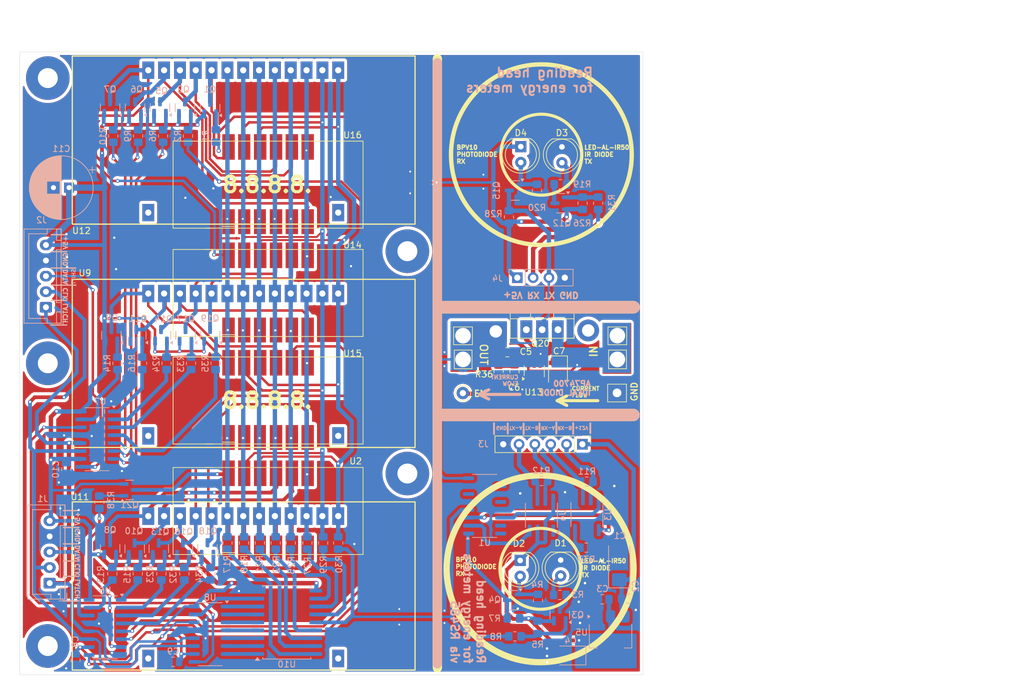
<source format=kicad_pcb>
(kicad_pcb (version 20240108) (generator "pcbnew") (generator_version "8.0")
  (layers (0 "F.Cu" signal) (31 "B.Cu" signal) (34 "B.Paste" user) (35 "F.Paste" user) (36 "B.SilkS" user "B.Silkscreen") (37 "F.SilkS" user "F.Silkscreen") (38 "B.Mask" user) (39 "F.Mask" user) (44 "Edge.Cuts" user))
  (net 0 "")
  (net 1 "GND")
  (net 2 "LATCH")
  (net 3 "DATA")
  (net 4 "CLK")
  (net 5 "+5V")
  (net 6 "DISP2_A2")
  (net 7 "Net-(Q1-B)")
  (net 8 "DISP2_A3")
  (net 9 "Net-(Q2-B)")
  (net 10 "Net-(Q3-B)")
  (net 11 "DISP2_A4")
  (net 12 "DISP2_A1")
  (net 13 "Net-(J5-Pin_1)")
  (net 14 "DISP2_A5")
  (net 15 "Net-(Q5-B)")
  (net 16 "Net-(Q6-B)")
  (net 17 "DISP1_A1")
  (net 18 "Net-(Q7-B)")
  (net 19 "DISP1_A2")
  (net 20 "DISP1_A3")
  (net 21 "Net-(Q8-B)")
  (net 22 "Net-(Q9-B)")
  (net 23 "DISP1_A4")
  (net 24 "DISP1_A5")
  (net 25 "Net-(Q10-B)")
  (net 26 "Net-(J8-Pin_1)")
  (net 27 "Net-(J3-Pin_4)")
  (net 28 "Net-(J3-Pin_3)")
  (net 29 "Net-(J3-Pin_5)")
  (net 30 "Net-(J3-Pin_2)")
  (net 31 "Net-(U7-QA)")
  (net 32 "Net-(U7-QB)")
  (net 33 "Net-(U7-QC)")
  (net 34 "Net-(U7-QD)")
  (net 35 "Net-(U7-QE)")
  (net 36 "Net-(Q3-C)")
  (net 37 "Net-(Q4-C)")
  (net 38 "Net-(Q11-B)")
  (net 39 "Net-(Q14-B)")
  (net 40 "Net-(R8-Pad2)")
  (net 41 "Net-(U6-QA)")
  (net 42 "Net-(U6-QB)")
  (net 43 "Net-(U10-O1)")
  (net 44 "Net-(U10-O2)")
  (net 45 "O5")
  (net 46 "O6")
  (net 47 "QF")
  (net 48 "QG")
  (net 49 "QB")
  (net 50 "QC")
  (net 51 "QD")
  (net 52 "QH")
  (net 53 "QA")
  (net 54 "QE")
  (net 55 "Net-(U10-O3)")
  (net 56 "SHIFTED_DATA")
  (net 57 "Net-(U10-O4)")
  (net 58 "Net-(U6-QC)")
  (net 59 "+12V")
  (net 60 "Net-(U10-O8)")
  (net 61 "Net-(U10-O7)")
  (net 62 "Net-(U10-O6)")
  (net 63 "Net-(U10-O5)")
  (net 64 "Net-(U6-QD)")
  (net 65 "Net-(D1-A)")
  (net 66 "Net-(D2-A)")
  (net 67 "Net-(Q13-B)")
  (net 68 "Net-(U6-QE)")
  (net 70 "/Energy meter probe/METER_RX_B")
  (net 71 "/Energy meter probe/METER_TX_B")
  (net 72 "Net-(D4-A)")
  (net 73 "Net-(Q12-B)")
  (net 74 "Net-(Q12-C)")
  (net 75 "Net-(D3-A)")
  (net 79 "DISP3_A1")
  (net 80 "DISP3_A2")
  (net 81 "Net-(Q16-B)")
  (net 82 "Net-(Q17-B)")
  (net 83 "DISP3_A3")
  (net 84 "Net-(Q18-B)")
  (net 85 "DISP3_A4")
  (net 86 "DISP3_A5")
  (net 87 "Net-(Q19-B)")
  (net 88 "O3")
  (net 89 "O2")
  (net 90 "O4")
  (net 91 "/Energy meter probe/METER_RX")
  (net 92 "Net-(J7-Pin_1)")
  (net 93 "Net-(Q20-G)")
  (net 94 "Net-(U13-VCP)")
  (net 95 "Net-(U7-SER)")
  (net 96 "+5V_B")
  (net 97 "/Energy meter probe/METER_TX")
  (net 98 "Net-(U6-QH')")
  (net 99 "Net-(U3-DI)")
  (net 101 "DISP_G")
  (net 102 "DISP_F")
  (net 103 "DISP_E")
  (net 104 "DISP_D")
  (net 105 "DISP_DP")
  (net 106 "DISP_C")
  (net 107 "DISP_B")
  (net 108 "DISP_A")
  (net 109 "Net-(Q21-B)")
  (net 110 "DISP4_A1")
  (net 111 "Net-(U6-QH)")
  (footprint "LED_THT:LED_D5.0mm" (layer "F.Cu") (at 184.9 121.4475 -90)
    (property "Reference" "D2")
    (property "Value" "BPV10")
  )
  (footprint "Connector_Pin:Pin_D1.0mm_L10.0mm" (layer "F.Cu") (at 175.6996 94.5727)
    (property "Reference" "J7" (hide yes))
    (property "Value" "GND")
  )
  (footprint "Capacitor_SMD:C_0805_2012Metric_Pad1.18x1.45mm_HandSolder" (layer "F.Cu") (at 182.837 88.0195 180)
    (property "Reference" "C5")
    (property "Value" "100n")
  )
  (footprint "My-Footprints:4-digit-7-segment-display_smd" (layer "F.Cu") (at 138.1 82.945 90)
    (property "Reference" "U14")
    (property "Value" "CA56-12SURKWA")
  )
  (footprint "My-Footprints:JZG_E5627BRG-1_7_SEGMENT_DISPLAY" (layer "F.Cu") (at 113.028 40.4415)
    (property "Reference" "U12")
    (property "Value" "~")
  )
  (footprint "My-Footprints:4-digit-7-segment-display_smd" (layer "F.Cu") (at 138.1 117.945 90)
    (property "Reference" "U2")
    (property "Value" "CA56-12SURKWA")
  )
  (footprint "Connector_Pin:Pin_D1.4mm_L8.5mm_W2.8mm_FlatFork" (layer "F.Cu") (at 200.4392 94.5375)
    (property "Reference" "J6" (hide yes))
    (property "Value" "GND")
  )
  (footprint "Connector_Pin:Pin_D1.4mm_L8.5mm_W2.8mm_FlatFork" (layer "F.Cu") (at 175.725 89.1625 90)
    (property "Reference" "J8" (hide yes))
    (property "Value" "OUT")
  )
  (footprint "LED_THT:LED_D5.0mm" (layer "F.Cu") (at 191.4 121.3875 -90)
    (property "Reference" "D1")
    (property "Value" "LED-AL-IR50")
  )
  (footprint "Connector_Pin:Pin_D1.4mm_L8.5mm_W2.8mm_FlatFork" (layer "F.Cu") (at 200.49 85.3525)
    (property "Reference" "J5" (hide yes))
    (property "Value" "IN")
  )
  (footprint "LED_THT:LED_D5.0mm" (layer "F.Cu") (at 185 54.9975 -90)
    (property "Reference" "D4")
    (property "Value" "BPV10")
  )
  (footprint "Package_TO_SOT_THT:TO-220-3_Vertical" (layer "F.Cu") (at 185.885 84.3925)
    (property "Reference" "Q20")
    (property "Value" "IRF540N")
  )
  (footprint "Resistor_SMD:R_0805_2012Metric_Pad1.20x1.40mm_HandSolder" (layer "F.Cu") (at 181.44 91.0675 90)
    (property "Reference" "R36")
    (property "Value" "1k")
  )
  (footprint "My-Footprints:4-digit-7-segment-display_smd" (layer "F.Cu") (at 138.1 100.2 90)
    (property "Reference" "U15")
    (property "Value" "CA56-12SURKWA")
  )
  (footprint "My-Footprints:JZG_E5627BRG-1_7_SEGMENT_DISPLAY" (layer "F.Cu") (at 113.028 76.3015)
    (property "Reference" "U9")
    (property "Value" "~")
  )
  (footprint "Package_TO_SOT_SMD:SOT-23-6_Handsoldering" (layer "F.Cu") (at 187.155 91.0675 90)
    (property "Reference" "U13")
    (property "Value" "AP74700")
  )
  (footprint "LED_THT:LED_D5.0mm" (layer "F.Cu") (at 191.6 55.0375 -90)
    (property "Reference" "D3")
    (property "Value" "LED-AL-IR50")
  )
  (footprint "Connector_Pin:Pin_D1.4mm_L8.5mm_W2.8mm_FlatFork" (layer "F.Cu") (at 175.725 85.3525)
    (property "Reference" "J8" (hide yes))
    (property "Value" "OUT")
  )
  (footprint "Connector_Pin:Pin_D1.4mm_L8.5mm_W2.8mm_FlatFork" (layer "F.Cu") (at 200.49 89.1625 90)
    (property "Reference" "J5" (hide yes))
    (property "Value" "IN")
  )
  (footprint "My-Footprints:JZG_E5627BRG-1_7_SEGMENT_DISPLAY" (layer "F.Cu") (at 113.028 112.0415)
    (property "Reference" "U11")
    (property "Value" "~")
  )
  (footprint "Capacitor_Tantalum_SMD:CP_EIA-3528-21_Kemet-B" (layer "F.Cu") (at 190.965 91.0675 -90)
    (property "Reference" "C7")
    (property "Value" "22u")
  )
  (footprint "My-Footprints:4-digit-7-segment-display_smd" (layer "F.Cu") (at 138.1 65.545 90)
    (property "Reference" "U16")
    (property "Value" "CA56-12SURKWA")
  )
  (footprint "Capacitor_SMD:C_0805_2012Metric_Pad1.18x1.45mm_HandSolder" (layer "F.Cu") (at 183.98 91.0675 -90)
    (property "Reference" "C6")
    (property "Value" "100n")
  )
  (footprint "Connector_PinHeader_2.54mm:PinHeader_1x06_P2.54mm_Vertical" (layer "F.Cu") (at 194.88 102.7875 -90)
    (property "Reference" "J3")
    (property "Value" "POWER_RS485")
  )
  (footprint "Capacitor_SMD:C_0805_2012Metric_Pad1.18x1.45mm_HandSolder" (layer "B.Cu") (at 202.2 127.5875)
    (property "Reference" "C2")
    (property "Value" "100n")
  )
  (footprint "Package_TO_SOT_SMD:SOT-23" (layer "B.Cu") (at 123.3 85.3 90)
    (property "Reference" "Q11")
    (property "Value" "BC807")
  )
  (footprint "Capacitor_SMD:C_0805_2012Metric" (layer "B.Cu") (at 113.54 137.49 -90)
    (property "Reference" "C8")
    (property "Value" "100n")
  )
  (footprint "Resistor_SMD:R_0805_2012Metric_Pad1.20x1.40mm_HandSolder" (layer "B.Cu") (at 155.703 118.6375 90)
    (property "Reference" "R30")
    (property "Value" "200R")
  )
  (footprint "Package_TO_SOT_SMD:SOT-23" (layer "B.Cu") (at 126.908 119.5675 90)
    (property "Reference" "Q13")
    (property "Value" "BC807")
  )
  (footprint "Package_TO_SOT_SMD:SOT-23" (layer "B.Cu") (at 191.25 130.2 90)
    (property "Reference" "Q3")
    (property "Value" "BC807")
  )
  (footprint "Connector_JST:JST_XH_B5B-XH-A_1x05_P2.50mm_Vertical" (layer "B.Cu") (at 108.8 80.7875 90)
    (property "Reference" "J2")
    (property "Value" "DATA_BRIDGE")
  )
  (footprint "Resistor_SMD:R_0805_2012Metric_Pad1.20x1.40mm_HandSolder" (layer "B.Cu") (at 188.3 108.6875 180)
    (property "Reference" "R12")
    (property "Value" "120R")
  )
  (footprint "Resistor_SMD:R_0805_2012Metric_Pad1.20x1.40mm_HandSolder" (layer "B.Cu") (at 136.1 53.2875 -90)
    (property "Reference" "R1")
    (property "Value" "10k")
  )
  (footprint "Package_TO_SOT_SMD:SOT-23" (layer "B.Cu") (at 183.8 127.8375 180)
    (property "Reference" "Q4")
    (property "Value" "BC817")
  )
  (footprint "Resistor_SMD:R_0805_2012Metric_Pad1.20x1.40mm_HandSolder" (layer "B.Cu") (at 128.153 89.7935 -90)
    (property "Reference" "R24")
    (property "Value" "10k")
  )
  (footprint "Connector_JST:JST_XH_B5B-XH-A_1x05_P2.50mm_Vertical" (layer "B.Cu") (at 109.4 125.0875 90)
    (property "Reference" "J1")
    (property "Value" "DATA_INPUT")
  )
  (footprint "Package_TO_SOT_SMD:SOT-23" (layer "B.Cu") (at 119.302 85.291 90)
    (property "Reference" "Q9")
    (property "Value" "BC807")
  )
  (footprint "Resistor_SMD:R_0805_2012Metric_Pad1.20x1.40mm_HandSolder" (layer "B.Cu") (at 135.2 123.5875 -90)
    (property "Reference" "R34")
    (property "Value" "10k")
  )
  (footprint "Resistor_SMD:R_0805_2012Metric_Pad1.20x1.40mm_HandSolder" (layer "B.Cu") (at 195.5 119.3875 180)
    (property "Reference" "R37")
    (property "Value" "10K")
  )
  (footprint "Capacitor_Tantalum_SMD:CP_EIA-3528-21_Kemet-B" (layer "B.Cu") (at 192.9775 136.71 180)
    (property "Reference" "C4")
    (property "Value" "22u")
  )
  (footprint "Resistor_SMD:R_0805_2012Metric_Pad1.20x1.40mm_HandSolder" (layer "B.Cu") (at 119.6 53.2875 -90)
    (property "Reference" "R10")
    (property "Value" "10K")
  )
  (footprint "Resistor_SMD:R_0805_2012Metric_Pad1.20x1.40mm_HandSolder" (layer "B.Cu") (at 184.05 133.6375 180)
    (property "Reference" "R8")
    (property "Value" "1k")
  )
  (footprint "Resistor_SMD:R_0805_2012Metric_Pad1.20x1.40mm_HandSolder" (layer "B.Cu") (at 120.279 89.7935 -90)
    (property "Reference" "R14")
    (property "Value" "10K")
  )
  (footprint "Package_TO_SOT_SMD:SOT-23" (layer "B.Cu") (at 184.1 62.0375 180)
    (property "Reference" "Q15")
    (property "Value" "BC817")
  )
  (footprint "Resistor_SMD:R_0805_2012Metric_Pad1.20x1.40mm_HandSolder" (layer "B.Cu") (at 117.37 112.09 -90)
    (property "Reference" "R38")
    (property "Value" "10k")
  )
  (footprint "Package_TO_SOT_SMD:SOT-23" (layer "B.Cu") (at 131.1 48.755 90)
    (property "Reference" "Q2")
    (property "Value" "BC807")
  )
  (footprint "Resistor_SMD:R_0805_2012Metric_Pad1.20x1.40mm_HandSolder" (layer "B.Cu") (at 140.59 118.6375 90)
    (property "Reference" "R18")
    (property "Value" "200R")
  )
  (footprint "Package_SO:SOIC-8_3.9x4.9mm_P1.27mm" (layer "B.Cu") (at 188.3 114.1875 90)
    (property "Reference" "U4")
    (property "Value" "ST485EBDR")
  )
  (footprint "Package_TO_SOT_SMD:SOT-23" (layer "B.Cu") (at 119.1 48.725 90)
    (property "Reference" "Q7")
    (property "Value" "BC807")
  )
  (footprint "Resistor_SMD:R_0805_2012Metric_Pad1.20x1.40mm_HandSolder" (layer "B.Cu") (at 127.326 123.5875 -90)
    (property "Reference" "R23")
    (property "Value" "10k")
  )
  (footprint "Package_TO_SOT_SMD:SOT-23" (layer "B.Cu") (at 127.264 85.3 90)
    (property "Reference" "Q14")
    (property "Value" "BC807")
  )
  (footprint "Resistor_SMD:R_0805_2012Metric_Pad1.20x1.40mm_HandSolder" (layer "B.Cu") (at 124.232 89.7935 -90)
    (property "Reference" "R16")
    (property "Value" "10k")
  )
  (footprint "Resistor_SMD:R_0805_2012Metric_Pad1.20x1.40mm_HandSolder" (layer "B.Cu") (at 150.75 118.6375 90)
    (property "Reference" "R27")
    (property "Value" "200R")
  )
  (footprint "Resistor_SMD:R_0805_2012Metric_Pad1.20x1.40mm_HandSolder" (layer "B.Cu") (at 183.1 66.2875 90)
    (property "Reference" "R28")
    (property "Value" "22k")
  )
  (footprint "Package_TO_SOT_SMD:SOT-23" (layer "B.Cu") (at 119.1 119.5375 90)
    (property "Reference" "Q8")
    (property "Value" "BC807")
  )
  (footprint "Capacitor_SMD:C_0805_2012Metric" (layer "B.Cu") (at 129.21 137.72 180)
    (property "Reference" "C9")
    (property "Value" "100n")
  )
  (footprint "Package_TO_SOT_SMD:SOT-23" (layer "B.Cu") (at 134.721 119.5375 90)
    (property "Reference" "Q18")
    (property "Value" "BC807")
  )
  (footprint "Package_TO_SOT_SMD:SOT-23" (layer "B.Cu") (at 135.138 85.3 90)
    (property "Reference" "Q19")
    (property "Value" "BC807")
  )
  (footprint "Resistor_SMD:R_0805_2012Metric_Pad1.20x1.40mm_HandSolder" (layer "B.Cu") (at 131.009 123.5875 -90)
    (property "Reference" "R32")
    (property "Value" "10k")
  )
  (footprint "Resistor_SMD:R_0805_2012Metric_Pad1.20x1.40mm_HandSolder" (layer "B.Cu") (at 194.9125 64.0875 -90)
    (property "Reference" "R26")
    (property "Value" "47k")
  )
  (footprint "Package_TO_SOT_SMD:SOT-23" (layer "B.Cu") (at 122.2375 110.12)
    (property "Reference" "Q21")
    (property "Value" "BC807")
  )
  (footprint "Resistor_SMD:R_0805_2012Metric_Pad1.20x1.40mm_HandSolder" (layer "B.Cu") (at 123.6 53.2875 -90)
    (property "Reference" "R9")
    (property "Value" "10k")
  )
  (footprint "Package_SO:SO-16_3.9x9.9mm_P1.27mm" (layer "B.Cu") (at 135.15 133.2875 180)
    (property "Reference" "U8")
    (property "Value" "74HC595")
  )
  (footprint "Resistor_SMD:R_0805_2012Metric_Pad1.20x1.40mm_HandSolder" (layer "B.Cu") (at 187.6 62.0375 -90)
    (property "Reference" "R20")
    (property "Value" "47k")
  )
  (footprint "Package_SO:SOIC-18W_7.5x11.6mm_P1.27mm" (layer "B.Cu") (at 147.45 131.3875)
    (property "Reference" "U10")
    (property "Value" "ULN2803A")
  )
  (footprint "Package_TO_SOT_SMD:SOT-23" (layer "B.Cu") (at 123.1 48.755 90)
    (property "Reference" "Q6")
    (property "Value" "BC807")
  )
  (footprint "Resistor_SMD:R_0805_2012Metric_Pad1.20x1.40mm_HandSolder" (layer "B.Cu") (at 119.452 123.5875 -90)
    (property "Reference" "R13")
    (property "Value" "10K")
  )
  (footprint "Resistor_SMD:R_0805_2012Metric_Pad1.20x1.40mm_HandSolder" (layer "B.Cu") (at 183.8125 130.75 180)
    (property "Reference" "R7")
    (property "Value" "22k")
  )
  (footprint "Package_TO_SOT_SMD:SOT-23" (layer "B.Cu") (at 191.4125 64.0875 180)
    (property "Reference" "Q12")
    (property "Value" "BC807")
  )
  (footprint "Resistor_SMD:R_0805_2012Metric_Pad1.20x1.40mm_HandSolder" (layer "B.Cu") (at 187.75 127.8875 -90)
    (property "Reference" "R4")
    (property "Value" "47k")
  )
  (footprint "Package_TO_SOT_SMD:SOT-223-3_TabPin2" (layer "B.Cu") (at 199.4 133.5875 -90)
    (property "Reference" "U5")
    (property "Value" "AMS1117-5.0")
  )
  (footprint "Capacitor_Tantalum_SMD:CP_EIA-6032-28_Kemet-C" (layer "B.Cu") (at 200.8 122.0875 90)
    (property "Reference" "C1")
    (property "Value" "100u")
  )
  (footprint "Resistor_SMD:R_0805_2012Metric_Pad1.20x1.40mm_HandSolder" (layer "B.Cu") (at 195.6 108.7875 180)
    (property "Reference" "R11")
    (property "Value" "120R")
  )
  (footprint "Resistor_SMD:R_0805_2012Metric_Pad1.20x1.40mm_HandSolder" (layer "B.Cu") (at 123.532 123.5875 -90)
    (property "Reference" "R15")
    (property "Value" "10k")
  )
  (footprint "Capacitor_SMD:C_0805_2012Metric_Pad1.18x1.45mm_HandSolder" (layer "B.Cu") (at 198.1 127.6875 180)
    (property "Reference" "C3")
    (property "Value" "100n")
  )
  (footprint "Package_SO:SO-16_3.9x9.9mm_P1.27mm" (layer "B.Cu") (at 118.3 132.1875 180)
    (property "Reference" "U6")
    (property "Value" "74HC595")
  )
  (footprint "Package_SO:SOIC-8_3.9x4.9mm_P1.27mm" (layer "B.Cu") (at 195.6 114.0875 90)
    (property "Reference" "U3")
    (property "Value" "ST485EBDR")
  )
  (footprint "Resistor_SMD:R_0805_2012Metric_Pad1.20x1.40mm_HandSolder" (layer "B.Cu") (at 127.6 53.2875 -90)
    (property "Reference" "R6")
    (property "Value" "10k")
  )
  (footprint "Resistor_SMD:R_0805_2012Metric_Pad1.20x1.40mm_HandSolder" (layer "B.Cu") (at 143.13 118.6375 90)
    (property "Reference" "R21")
    (property "Value" "200R")
  )
  (footprint "Resistor_SMD:R_0805_2012Metric_Pad1.20x1.40mm_HandSolder" (layer "B.Cu") (at 148.083 118.6375 90)
    (property "Reference" "R25")
    (property "Value" "200R")
  )
  (footprint "Resistor_SMD:R_0805_2012Metric_Pad1.20x1.40mm_HandSolder" (layer "B.Cu") (at 153.29 118.6375 90)
    (property "Reference" "R29")
    (property "Value" "200R")
  )
  (footprint "Resistor_SMD:R_0805_2012Metric_Pad1.20x1.40mm_HandSolder" (layer "B.Cu") (at 132.09 89.7935 -90)
    (property "Reference" "R33")
    (property "Value" "10k")
  )
  (footprint "Resistor_SMD:R_0805_2012Metric_Pad1.20x1.40mm_HandSolder" (layer "B.Cu") (at 191.35 61.0375)
    (property "Reference" "R19")
    (property "Value" "160R")
  )
  (footprint "Package_TO_SOT_SMD:SOT-23" (layer "B.Cu") (at 135.15 48.8175 90)
    (property "Reference" "Q1")
    (property "Value" "BC807")
  )
  (footprint "Package_SO:SO-16_3.9x9.9mm_P1.27mm" (layer "B.Cu") (at 179.2 112.6875)
    (property "Reference" "U1")
    (property "Value" "74HC14")
  )
  (footprint "Capacitor_THT:CP_Radial_D10.0mm_P2.50mm" (layer "B.Cu") (at 112.51 61.58 180)
    (property "Reference" "C11")
    (property "Value" "470u/6,3V")
  )
  (footprint "Package_TO_SOT_SMD:SOT-23" (layer "B.Cu") (at 130.784 119.5375 90)
    (property "Reference" "Q16")
    (property "Value" "BC807")
  )
  (footprint "Resistor_SMD:R_0805_2012Metric_Pad1.20x1.40mm_HandSolder" (layer "B.Cu") (at 145.67 118.6375 90)
    (property "Reference" "R22")
    (property "Value" "200R")
  )
  (footprint "Package_TO_SOT_SMD:SOT-23" (layer "B.Cu") (at 131.201 85.3 90)
    (property "Reference" "Q17")
    (property "Value" "BC807")
  )
  (footprint "Capacitor_SMD:C_0805_2012Metric" (layer "B.Cu") (at 112.06 106.8 -90)
    (property "Reference" "C10")
    (property "Value" "100n")
  )
  (footprint "Resistor_SMD:R_0805_2012Metric_Pad1.20x1.40mm_HandSolder" (layer "B.Cu") (at 187.7 132.1875 90)
    (property "Reference" "R5")
    (property "Value" "47k")
  )
  (footprint "Connector_PinHeader_2.54mm:PinHeader_1x04_P2.54mm_Vertical" (layer "B.Cu") (at 184.4372 76.0375 -90)
    (property "Reference" "J4")
    (property "Value" "PROBE_CONN")
  )
  (footprint "Package_TO_SOT_SMD:SOT-23" (layer "B.Cu") (at 123.037 119.577 90)
    (property "Reference" "Q10")
    (property "Value" "BC807")
  )
  (footprint "Package_TO_SOT_SMD:SOT-23" (layer "B.Cu") (at 127.1 48.725 90)
    (property "Reference" "Q5")
    (property "Value" "BC807")
  )
  (footprint "Package_SO:SO-16_3.9x9.9mm_P1.27mm" (layer "B.Cu") (at 117 101.9725 180)
    (property "Reference" "U7")
    (property "Value" "74HC595")
  )
  (footprint "Resistor_SMD:R_0805_2012Metric_Pad1.20x1.40mm_HandSolder" (layer "B.Cu") (at 137.923 118.6375 90)
    (property "Reference" "R17")
    (property "Value" "200R")
  )
  (footprint "Resistor_SMD:R_0805_2012Metric_Pad1.20x1.40mm_HandSolder" (layer "B.Cu") (at 191.25 126.9875 180)
    (property "Reference" "R3")
    (property "Value" "160R")
  )
  (footprint "Resistor_SMD:R_0805_2012Metric_Pad1.20x1.40mm_HandSolder" (layer "B.Cu") (at 131.6 53.2875 -90)
    (property "Reference" "R2")
    (property "Value" "10k")
  )
  (footprint "Resistor_SMD:R_0805_2012Metric_Pad1.20x1.40mm_HandSolder" (layer "B.Cu") (at 136.027 89.7935 -90)
    (property "Reference" "R35")
    (property "Value" "10k")
  )
  (footprint "Resistor_SMD:R_0805_2012Metric_Pad1.20x1.40mm_HandSolder" (layer "B.Cu") (at 197.4125 64.0875 -90)
    (property "Reference" "R31")
    (property "Value" "1k")
  )
  (gr_rect (start 173.82 83.1427) (end 177.6808 91.0651) (stroke (width 0.2)) (fill solid) (layer "F.Cu") (net 26))
  (gr_rect (start 198.204 83.3967) (end 202.6236 91.3723) (stroke (width 0.2)) (fill solid) (layer "F.Cu") (net 13))
  (gr_rect (start 173.82 83.1427) (end 182.6592 86.2923) (stroke (width 0.2)) (fill solid) (layer "F.Cu") (net 26))
  (gr_rect (start 173.82 83.1427) (end 177.884 90.8135) (stroke (width 0.2)) (fill solid) (layer "B.Cu") (net 26))
  (gr_rect (start 190.0252 87.3591) (end 202.4712 90.3563) (stroke (width 0.2)) (fill solid) (layer "B.Cu") (net 13))
  (gr_rect (start 177.63 87.3083) (end 189.314 90.3055) (stroke (width 0.2)) (fill solid) (layer "B.Cu") (net 26))
  (gr_rect (start 198.204 83.3967) (end 202.522 91.2199) (stroke (width 0.2)) (fill solid) (layer "B.Cu") (net 13))
  (gr_rect (start 190.076 83.3459) (end 191.7524 90.3055) (stroke (width 0.2)) (fill solid) (layer "B.Cu") (net 13))
  (gr_rect (start 173.82 83.1427) (end 182.6592 88.9847) (stroke (width 0.2)) (fill solid) (layer "B.Cu") (net 26))
  (gr_rect (start 193.8 133.2875) (end 203.5 138.6875) (stroke (width 0.2)) (fill solid) (layer "B.Cu") (net 5))
  (gr_line (start 182.9 101.0625) (end 182.9 99.4375) (stroke (width 0.3)) (layer "B.SilkS"))
  (gr_line (start 196.15 101.0125) (end 196.15 99.4125) (stroke (width 0.3)) (layer "B.SilkS"))
  (gr_line (start 109.65 71.8625) (end 112.15 71.8625) (stroke (width 0.2)) (layer "B.SilkS"))
  (gr_line (start 171.61 41.5175) (end 171.61 138.0375) (stroke (width 1.5)) (layer "B.SilkS"))
  (gr_line (start 109.65 77.2375) (end 113.6 77.2375) (stroke (width 0.2)) (layer "B.SilkS"))
  (gr_line (start 190.7 101.0625) (end 190.7 99.3125) (stroke (width 0.3)) (layer "B.SilkS"))
  (gr_line (start 111.525 127.9375) (end 114.1 127.9375) (stroke (width 0.2)) (layer "B.SilkS"))
  (gr_line (start 184.85 94.7875) (end 178.35 94.7875) (stroke (width 0.5)) (layer "B.SilkS"))
  (gr_line (start 179.85 95.5375) (end 178.35 94.7875) (stroke (width 0.5)) (layer "B.SilkS"))
  (gr_line (start 109.65 79.6875) (end 112.125 79.6875) (stroke (width 0.2)) (layer "B.SilkS"))
  (gr_line (start 109.575 83.6375) (end 112.15 83.6375) (stroke (width 0.2)) (layer "B.SilkS"))
  (gr_line (start 111.6 118.7875) (end 114.1 118.7875) (stroke (width 0.2)) (layer "B.SilkS"))
  (gr_line (start 171.85 98.0875) (end 203.05 98.0875) (stroke (width 2)) (layer "B.SilkS"))
  (gr_line (start 109.65 69.1375) (end 112.15 69.1375) (stroke (width 0.2)) (layer "B.SilkS"))
  (gr_line (start 111.6 123.9875) (end 114.075 123.9875) (stroke (width 0.2)) (layer "B.SilkS"))
  (gr_line (start 111.6 116.1625) (end 114.1 116.1625) (stroke (width 0.2)) (layer "B.SilkS"))
  (gr_line (start 111.6 113.4375) (end 114.1 113.4375) (stroke (width 0.2)) (layer "B.SilkS"))
  (gr_line (start 109.65 74.4875) (end 113.6 74.4875) (stroke (width 0.2)) (layer "B.SilkS"))
  (gr_line (start 180.7 101.1625) (end 180.7 99.4125) (stroke (width 0.3)) (layer "B.SilkS"))
  (gr_line (start 188 101.0125) (end 188 99.4375) (stroke (width 0.3)) (layer "B.SilkS"))
  (gr_line (start 185.45 101.1625) (end 185.45 99.4375) (stroke (width 0.3)) (layer "B.SilkS"))
  (gr_line (start 111.6 121.5375) (end 114.1 121.5375) (stroke (width 0.2)) (layer "B.SilkS"))
  (gr_line (start 178.35 94.7875) (end 179.85 94.0375) (stroke (width 0.5)) (layer "B.SilkS"))
  (gr_line (start 171.9 80.7875) (end 203.1 80.7875) (stroke (width 2)) (layer "B.SilkS"))
  (gr_line (start 193.4 101.1125) (end 193.4 99.3875) (stroke (width 0.3)) (layer "B.SilkS"))
  (gr_line (start 190.85 95.7875) (end 190.85 95.7875) (stroke (width 0.5)) (layer "F.SilkS"))
  (gr_line (start 171.61 138.6725) (end 171.61 40.8825) (stroke (width 1.5)) (layer "F.SilkS"))
  (gr_circle (center 188.1 122.7875) (end 203.1 122.7875) (stroke (width 1)) (fill none) (layer "F.SilkS"))
  (gr_circle (center 188.29 56.2875) (end 194.79 56.2875) (stroke (width 0.5)) (fill none) (layer "F.SilkS"))
  (gr_line (start 197.35 95.7875) (end 190.85 95.7875) (stroke (width 0.1)) (layer "F.SilkS"))
  (gr_circle (center 188.3 56.2875) (end 202.8 56.2875) (stroke (width 0.7)) (fill none) (layer "F.SilkS"))
  (gr_line (start 171.9 80.7875) (end 203.1 80.7875) (stroke (width 2)) (layer "F.SilkS"))
  (gr_circle (center 188.15 122.7875) (end 194.65 122.7875) (stroke (width 0.5)) (fill none) (layer "F.SilkS"))
  (gr_line (start 192.35 96.5375) (end 192.35 96.5375) (stroke (width 0.5)) (layer "F.SilkS"))
  (gr_line (start 190.85 95.7875) (end 197.35 95.7875) (stroke (width 0.5)) (layer "F.SilkS"))
  (gr_line (start 190.85 95.7875) (end 192.35 96.5375) (stroke (width 0.1)) (layer "F.SilkS"))
  (gr_line (start 192.35 96.5375) (end 190.85 95.7875) (stroke (width 0.5)) (layer "F.SilkS"))
  (gr_line (start 171.85 98.0875) (end 203.05 98.0875) (stroke (width 2)) (layer "F.SilkS"))
  (gr_line (start 190.85 95.7875) (end 192.35 95.0375) (stroke (width 0.5)) (layer "F.SilkS"))
  (gr_rect (start 104.6 39.7875) (end 204.6 139.7875) (stroke (width 0.05)) (fill none) (layer "Edge.Cuts"))
  (gr_text "Reading head\nfor energy meters\nvia RS485" (at 173.65 138.15 -90) (layer "B.SilkS") (effects (font (size 1.3 1.3) (thickness 0.3) (bold yes)) (justify left bottom mirror)))
  (gr_text "GND TX-A TX-B RX-A RX-B +12V" (at 180.95 99.8375 180) (layer "B.SilkS") (effects (font (size 0.55 0.55) (thickness 0.1375) (bold yes)) (justify left bottom mirror)))
  (gr_text "AP74700\nIDEAL DIODE" (at 196.35 95.0375 0) (layer "B.SilkS") (effects (font (size 0.9 0.9) (thickness 0.225) (bold yes)) (justify left bottom mirror)))
  (gr_text "Reading head\nfor energy meters" (at 196.75 46.4 0) (layer "B.SilkS") (effects (font (size 1.5 1.5) (thickness 0.3) (bold yes)) (justify left bottom mirror)))
  (gr_text "CURRENT\nFLOW" (at 184.7 93.45 0) (layer "B.SilkS") (effects (font (size 0.65 0.65) (thickness 0.1625) (bold yes)) (justify left bottom mirror)))
  (gr_text "+5V GND DATA CLK LATCH" (at 114.3 113.5375 90) (layer "B.SilkS") (effects (font (size 0.7 0.7) (thickness 0.175) (bold yes)) (justify left bottom mirror)))
  (gr_text "SHIFT" (at 113.6 74.5375 90) (layer "B.SilkS") (effects (font (size 0.6 0.6) (thickness 0.125) (bold yes)) (justify left bottom mirror)))
  (gr_text "+5V RX TX GND" (at 182.05 78.25 180) (layer "B.SilkS") (effects (font (size 1 1) (thickness 0.25) (bold yes)) (justify left bottom mirror)))
  (gr_text "+5V GND DATA CLK LATCH" (at 112.35 69.2375 90) (layer "B.SilkS") (effects (font (size 0.7 0.7) (thickness 0.175) (bold yes)) (justify left bottom mirror)))
  (gr_text "IN" (at 197.3912 88.9339 90) (layer "F.SilkS") (effects (font (size 1.2 1.2) (thickness 0.24) (bold yes)) (justify left bottom)))
  (gr_text "LED-AL-IR50\nIR DIODE\nTX" (at 194.6 124.1875 0) (layer "F.SilkS") (effects (font (size 0.7 0.7) (thickness 0.175) (bold yes)) (justify left bottom)))
  (gr_text "CURRENT\nFLOW" (at 193.1 95.2875 0) (layer "F.SilkS") (effects (font (size 0.65 0.65) (thickness 0.1625) (bold yes)) (justify left bottom)))
  (gr_text "GND" (at 203.8 95.9875 90) (layer "F.SilkS") (effects (font (size 1 1) (thickness 0.2) (bold yes)) (justify left bottom)))
  (gr_text "BPV10\nPHOTODIODE\nRX" (at 174.6 57.7875 0) (layer "F.SilkS") (effects (font (size 0.7 0.7) (thickness 0.175) (bold yes)) (justify left bottom)))
  (gr_text "EN" (at 177.376 95.2331 0) (layer "F.SilkS") (effects (font (size 1 1) (thickness 0.2) (bold yes)) (justify left bottom)))
  (gr_text "BPV10\nPHOTODIODE\nRX" (at 174.45 123.9875 0) (layer "F.SilkS") (effects (font (size 0.7 0.7) (thickness 0.175) (bold yes)) (justify left bottom)))
  (gr_text "OUT" (at 178.35 86.5375 -90) (layer "F.SilkS") (effects (font (size 1.2 1.2) (thickness 0.2) (bold yes)) (justify left bottom)))
  (gr_text "LED-AL-IR50\nIR DIODE\nTX" (at 195.1 57.7875 0) (layer "F.SilkS") (effects (font (size 0.7 0.7) (thickness 0.175) (bold yes)) (justify left bottom)))
  (via (at 166.8 71.7875) (size 7) (drill 3.2) (layers "F.Cu" "B.Cu") (net 0))
  (via (at 166.8 107.4875) (size 7) (drill 3.2) (layers "F.Cu" "B.Cu") (net 0))
  (via (at 109.1 135.1875) (size 7) (drill 3.2) (layers "F.Cu" "B.Cu") (net 0))
  (via (at 109.1 89.7875) (size 7) (drill 3.2) (layers "F.Cu" "B.Cu") (net 0))
  (via (at 195.8164 84.5143) (size 3.5) (drill 2) (layers "F.Cu" "B.Cu") (net 0))
  (via (at 109.1 43.9875) (size 7) (drill 3.2) (layers "F.Cu" "B.Cu") (net 0))
  (segment (start 183.472 93.8615) (end 183.599 93.9885) (width 0.7) (layer "F.Cu") (net 1))
  (segment (start 183.599 93.9885) (end 186.901 93.9885) (width 0.7) (layer "F.Cu") (net 1))
  (segment (start 187.155 93.7345) (end 186.901 93.9885) (width 0.7) (layer "F.Cu") (net 1))
  (segment (start 187.155 92.4175) (end 187.155 93.7345) (width 0.7) (layer "F.Cu") (net 1))
  (via (at 119.4 136.2875) (size 0.6) (drill 0.35) (layers "F.Cu" "B.Cu") (net 1))
  (via (at 172.75 90.25) (size 0.6) (drill 0.3) (layers "F.Cu" "B.Cu") (net 1))
  (via (at 112.2 72.7375) (size 0.6) (drill 0.35) (layers "F.Cu" "B.Cu") (net 1))
  (via (at 110.87 108.92) (size 0.6) (drill 0.35) (layers "F.Cu" "B.Cu") (net 1))
  (via (at 112.1 69.0375) (size 0.6) (drill 0.35) (layers "F.Cu" "B.Cu") (net 1))
  (via (at 154.49 63.09) (size 0.6) (drill 0.35) (layers "F.Cu" "B.Cu") (net 1))
  (via (at 117.3 131.5875) (size 0.6) (drill 0.35) (layers "F.Cu" "B.Cu") (net 1))
  (via (at 198 121.4875) (size 0.7) (drill 0.4) (layers "F.Cu" "B.Cu") (net 1))
  (via (at 114.15 118.5875) (size 0.6) (drill 0.35) (layers "F.Cu" "B.Cu") (net 1))
  (via (at 139.775 126.3625) (size 0.6) (drill 0.35) (layers "F.Cu" "B.Cu") (net 1))
  (via (at 172.75 88) (size 0.6) (drill 0.3) (layers "F.Cu" "B.Cu") (net 1))
  (via (at 158.29 118.81) (size 0.6) (drill 0.35) (layers "F.Cu" "B.Cu") (net 1))
  (via (at 110.87 126.86) (size 0.6) (drill 0.35) (layers "F.Cu" "B.Cu") (net 1))
  (via (at 172.75 129.5) (size 0.6) (drill 0.3) (layers "F.Cu" "B.Cu") (net 1))
  (via (at 200 109.4875) (size 0.7) (drill 0.4) (layers "F.Cu" "B.Cu") (net 1))
  (via (at 134.475 130.9625) (size 0.6) (drill 0.35) (layers "F.Cu" "B.Cu") (net 1))
  (via (at 183.472 93.8615) (size 0.6) (drill 0.3) (layers "F.Cu" "B.Cu") (net 1))
  (via (at 134.425 133.9375) (size 0.6) (drill 0.35) (layers "F.Cu" "B.Cu") (net 1))
  (via (at 120.06 74.67) (size 0.6) (drill 0.35) (layers "F.Cu" "B.Cu") (net 1))
  (via (at 116.15 101.4625) (size 0.6) (drill 0.35) (layers "F.Cu" "B.Cu") (net 1))
  (via (at 179 59.5) (size 0.6) (drill 0.3) (layers "F.Cu" "B.Cu") (net 1))
  (via (at 114.05 113.3375) (size 0.6) (drill 0.35) (layers "F.Cu" "B.Cu") (net 1))
  (via (at 114.15 117.0375) (size 0.6) (drill 0.35) (layers "F.Cu" "B.Cu") (net 1))
  (via (at 135.67 61.7) (size 0.6) (drill 0.35) (layers "F.Cu" "B.Cu") (net 1))
  (via (at 167.25 59) (size 0.6) (drill 0.3) (layers "F.Cu" "B.Cu") (net 1))
  (via (at 119.77 69.62) (size 0.6) (drill 0.35) (layers "F.Cu" "B.Cu") (net 1))
  (via (at 165.5 129.25) (size 0.6) (drill 0.3) (layers "F.Cu" "B.Cu") (net 1))
  (via (at 119.275 95.8875) (size 0.6) (drill 0.35) (layers "F.Cu" "B.Cu") (net 1))
  (via (at 203.35 125.9375) (size 0.7) (drill 0.4) (layers "F.Cu" "B.Cu") (net 1))
  (via (at 185.25 93.9885) (size 0.6) (drill 0.3) (layers "F.Cu" "B.Cu") (net 1))
  (via (at 189.2 136.7875) (size 0.7) (drill 0.4) (layers "F.Cu" "B.Cu") (net 1))
  (via (at 111.725 101.3625) (size 0.6) (drill 0.35) (layers "F.Cu" "B.Cu") (net 1))
  (via (at 111.1 113.0875) (size 0.6) (drill 0.35) (layers "F.Cu" "B.Cu") (net 1))
  (via (at 179 61.75) (size 0.6) (drill 0.3) (layers "F.Cu" "B.Cu") (net 1))
  (via (at 131.175 63.2125) (size 0.6) (drill 0.35) (layers "F.Cu" "B.Cu") (net 1))
  (via (at 165.5 131.75) (size 0.6) (drill 0.3) (layers "F.Cu" "B.Cu") (net 1))
  (via (at 184.9 110.6875) (size 0.7) (drill 0.4) (layers "F.Cu" "B.Cu") (net 1))
  (via (at 194.3 128.0875) (size 0.7) (drill 0.4) (layers "F.Cu" "B.Cu") (net 1))
  (via (at 121 107.0875) (size 0.6) (drill 0.35) (layers "F.Cu" "B.Cu") (net 1))
  (via (at 157.76 74.19) (size 0.6) (drill 0.35) (layers "F.Cu" "B.Cu") (net 1))
  (via (at 203.45 129.3875) (size 0.7) (drill 0.4) (layers "F.Cu" "B.Cu") (net 1))
  (via (at 167.25 62.5) (size 0.6) (drill 0.3) (layers "F.Cu" "B.Cu") (net 1))
  (via (at 184.5125 129.1875) (size 0.7) (drill 0.4) (layers "F.Cu" "B.Cu") (net 1))
  (via (at 194.5 131.4875) (size 0.7) (drill 0.4) (layers "F.Cu" "B.Cu") (net 1))
  (via (at 190.9396 94.1663) (size 0.6) (drill 0.3) (layers "F.Cu" "B.Cu") (net 1))
  (via (at 195.3 125.0875) (size 0.7) (drill 0.4) (layers "F.Cu" "B.Cu") (net 1))
  (via (at 111.62 129.6) (size 0.6) (drill 0.35) (layers "F.Cu" "B.Cu") (net 1))
  (via (at 112.2 74.2875) (size 0.6) (drill 0.35) (layers "F.Cu" "B.Cu") (net 1))
  (via (at 179.408 91.6263) (size 0.6) (drill 0.3) (layers "F.Cu" "B.Cu") (net 1))
  (via (at 172.75 131.5) (size 0.6) (drill 0.3) (layers "F.Cu" "B.Cu") (net 1))
  (via (at 189.2 135.5875) (size 0.7) (drill 0.4) (layers "F.Cu" "B.Cu") (net 1))
  (via (at 189.25 137.7875) (size 0.7) (drill 0.4) (layers "F.Cu" "B.Cu") (net 1))
  (via (at 112.05 138.77) (size 0.6) (drill 0.35) (layers "F.Cu" "B.Cu") (net 1))
  (via (at 192.1 110.4875) (size 0.7) (drill 0.4) (layers "F.Cu" "B.Cu") (net 1))
  (segment (start 111.8 125.0875) (end 112.5 124.3875) (width 0.7) (layer "F.Cu") (net 2))
  (segment (start 112.5 124.3875) (end 112.5 102.5875) (width 0.7) (layer "F.Cu") (net 2))
  (segment (start 109.4 125.0875) (end 111.8 125.0875) (width 0.7) (layer "F.Cu") (net 2))
  (via (at 112.5 102.5875) (size 0.7) (drill 0.4) (layers "F.Cu" "B.Cu") (net 2))
  (segment (start 115.725 132.8225) (end 114.835 132.8225) (width 0.6) (layer "B.Cu") (net 2))
  (segment (start 117.135 132.8225) (end 118.3 133.9875) (width 0.4) (layer "B.Cu") (net 2))
  (segment (start 107.35 97.6875) (end 113.75 91.2875) (width 0.6) (layer "B.Cu") (net 2))
  (segment (start 114.405 102.5875) (end 114.425 102.6075) (width 0.7) (layer "B.Cu") (net 2))
  (segment (start 108.9 102.5875) (end 107.35 101.0375) (width 0.6) (layer "B.Cu") (net 2))
  (segment (start 122.5 135.4875) (end 123.525 134.4625) (width 0.4) (layer "B.Cu") (net 2))
  (segment (start 115.725 132.8225) (end 117.135 132.8225) (width 0.4) (layer "B.Cu") (net 2))
  (segment (start 113.75 91.2875) (end 113.75 87.6875) (width 0.6) (layer "B.Cu") (net 2))
  (segment (start 113 125.7875) (end 112.4 125.1875) (width 0.6) (layer "B.Cu") (net 2))
  (segment (start 130.79 133.9225) (end 132.575 133.9225) (width 0.4) (layer "B.Cu") (net 2))
  (segment (start 112.5 102.5875) (end 108.9 102.5875) (width 0.6) (layer "B.Cu") (net 2))
  (segment (start 122.5 137.1875) (end 122.5 135.4875) (width 0.4) (layer "B.Cu") (net 2))
  (segment (start 123.525 134.4625) (end 130.25 134.4625) (width 0.4) (layer "B.Cu") (net 2))
  (segment (start 113 130.9875) (end 113 125.7875) (width 0.6) (layer "B.Cu") (net 2))
  (segment (start 112.4 125.1875) (end 109.5 125.1875) (width 0.6) (layer "B.Cu") (net 2))
  (segment (start 112.5 102.5875) (end 114.405 102.5875) (width 0.7) (layer "B.Cu") (net 2))
  (segment (start 113.75 87.6875) (end 108.8 82.7375) (width 0.6) (layer "B.Cu") (net 2))
  (segment (start 109.5 125.1875) (end 109.4 125.0875) (width 0.6) (layer "B.Cu") (net 2))
  (segment (start 119.3 137.7875) (end 121.9 137.7875) (width 0.4) (layer "B.Cu") (net 2))
  (segment (start 114.835 132.8225) (end 113 130.9875) (width 0.6) (layer "B.Cu") (net 2))
  (segment (start 121.9 137.7875) (end 122.5 137.1875) (width 0.4) (layer "B.Cu") (net 2))
  (segment (start 111.05 81.4875) (end 110.45 80.8875) (width 0.6) (layer "B.Cu") (net 2))
  (segment (start 108.8 82.7375) (end 108.8 80.7875) (width 0.6) (layer "B.Cu") (net 2))
  (segment (start 118.3 133.9875) (end 118.3 136.7875) (width 0.4) (layer "B.Cu") (net 2))
  (segment (start 118.3 136.7875) (end 119.3 137.7875) (width 0.4) (layer "B.Cu") (net 2))
  (segment (start 107.35 101.0375) (end 107.35 97.6875) (width 0.6) (layer "B.Cu") (net 2))
  (segment (start 130.25 134.4625) (end 130.79 133.9225) (width 0.4) (layer "B.Cu") (net 2))
  (segment (start 115.525 130.2825) (end 114.395 130.2825) (width 0.6) (layer "B.Cu") (net 3))
  (segment (start 114.1 129.9875) (end 114.1 120.8875) (width 0.6) (layer "B.Cu") (net 3))
  (segment (start 114.1 120.8875) (end 113.3 120.0875) (width 0.6) (layer "B.Cu") (net 3))
  (segment (start 114.395 130.2825) (end 114.1 129.9875) (width 0.6) (layer "B.Cu") (net 3))
  (segment (start 113.3 120.0875) (end 109.4 120.0875) (width 0.6) (layer "B.Cu") (net 3))
  (segment (start 107 95.2375) (end 106.25 95.9875) (width 0.6) (layer "F.Cu") (net 4))
  (segment (start 111.7 95.2375) (end 107 95.2375) (width 0.6) (layer "F.Cu") (net 4))
  (via (at 106.25 95.9875) (size 0.6) (drill 0.35) (layers "F.Cu" "B.Cu") (net 4))
  (via (at 111.7 95.2375) (size 0.6) (drill 0.35) (layers "F.Cu" "B.Cu") (net 4))
  (segment (start 106.9 122.5875) (end 106.9 103.9375) (width 0.6) (layer "B.Cu") (net 4))
  (segment (start 110.45 78.2875) (end 114.3 82.1375) (width 0.6) (layer "B.Cu") (net 4))
  (segment (start 123.4 135.8375) (end 124.05 135.1875) (width 0.4) (layer "B.Cu") (net 4))
  (segment (start 114.3 82.1375) (end 115 82.8375) (width 0.6) (layer "B.Cu") (net 4))
  (segment (start 124.05 135.1875) (end 130.75 135.1875) (width 0.4) (layer "B.Cu") (net 4))
  (segment (start 117.475 137.5125) (end 118.475 138.5125) (width 0.4) (layer "B.Cu") (net 4))
  (segment (start 130.795 135.1925) (end 132.575 135.1925) (width 0.4) (layer "B.Cu") (net 4))
  (segment (start 117.475 134.6875) (end 117.475 137.5125) (width 0.4) (layer "B.Cu") (net 4))
  (segment (start 130.75 135.1875) (end 130.775 135.2125) (width 0.4) (layer "B.Cu") (net 4))
  (segment (start 116.88 134.0925) (end 117.475 134.6875) (width 0.4) (layer "B.Cu") (net 4))
  (segment (start 123.4 137.4125) (end 123.4 135.8375) (width 0.4) (layer "B.Cu") (net 4))
  (segment (start 130.775 135.2125) (end 130.795 135.1925) (width 0.4) (layer "B.Cu") (net 4))
  (segment (start 109.4 122.5875) (end 106.9 122.5875) (width 0.6) (layer "B.Cu") (net 4))
  (segment (start 106.9 122.5875) (end 106.9 126.6875) (width 0.6) (layer "B.Cu") (net 4))
  (segment (start 115.725 134.0925) (end 116.88 134.0925) (width 0.4) (layer "B.Cu") (net 4))
  (segment (start 114.305 134.0925) (end 115.725 134.0925) (width 0.6) (layer "B.Cu") (net 4))
  (segment (start 106.25 95.9875) (end 106.25 103.2875) (width 0.6) (layer "B.Cu") (net 4))
  (segment (start 118.475 138.5125) (end 122.3 138.5125) (width 0.4) (layer "B.Cu") (net 4))
  (segment (start 115 82.8375) (end 115 91.9875) (width 0.6) (layer "B.Cu") (net 4))
  (segment (start 111.75 95.2375) (end 111.7 95.2375) (width 0.6) (layer "B.Cu") (net 4))
  (segment (start 106.9 103.9375) (end 106.96 103.8775) (width 0.6) (layer "B.Cu") (net 4))
  (segment (start 115 91.9875) (end 111.75 95.2375) (width 0.6) (layer "B.Cu") (net 4))
  (segment (start 122.3 138.5125) (end 123.4 137.4125) (width 0.4) (layer "B.Cu") (net 4))
  (segment (start 106.9 126.6875) (end 114.305 134.0925) (width 0.6) (layer "B.Cu") (net 4))
  (segment (start 106.96 103.8775) (end 114.425 103.8775) (width 0.6) (layer "B.Cu") (net 4))
  (segment (start 108.8 78.2875) (end 110.45 78.2875) (width 0.6) (layer "B.Cu") (net 4))
  (segment (start 106.25 103.2875) (end 106.9 103.9375) (width 0.6) (layer "B.Cu") (net 4))
  (segment (start 125.6 122.1875) (end 129.3 122.1875) (width 0.7) (layer "F.Cu") (net 5))
  (segment (start 182.7 129.7875) (end 183.75 130.8375) (width 0.6) (layer "F.Cu") (net 5))
  (segment (start 122.4 135.4875) (end 124.9 132.9875) (width 0.4) (layer "F.Cu") (net 5))
  (segment (start 129.175 132.5875) (end 130.525 133.9375) (width 0.4) (layer "F.Cu") (net 5))
  (segment (start 133.4 122.1875) (end 136.3 125.0875) (width 0.7) (layer "F.Cu") (net 5))
  (segment (start 114.29 135.3875) (end 116.19 137.2875) (width 0.4) (layer "F.Cu") (net 5))
  (segment (start 116.19 137.2875) (end 121.6 137.2875) (width 0.4) (layer "F.Cu") (net 5))
  (segment (start 130.525 133.9375) (end 130.525 136.4375) (width 0.4) (layer "F.Cu") (net 5))
  (segment (start 118.075 51.4875) (end 121.95 51.4875) (width 0.6) (layer "F.Cu") (net 5))
  (segment (start 122.4 136.4875) (end 122.4 135.4875) (width 0.4) (layer "F.Cu") (net 5))
  (segment (start 184.24 121.4475) (end 182.7 122.9875) (width 0.6) (layer "F.Cu") (net 5))
  (segment (start 126.075 51.4875) (end 129.9 51.4875) (width 0.6) (layer "F.Cu") (net 5))
  (segment (start 126.3 87.9125) (end 130.175 87.9125) (width 0.4) (layer "F.Cu") (net 5))
  (segment (start 189.8 134.2875) (end 186.25 130.7375) (width 0.6) (layer "F.Cu") (net 5))
  (segment (start 129.9 51.4875) (end 133.1 51.4875) (width 0.6) (layer "F.Cu") (net 5))
  (segment (start 117.2 120.475) (end 118.9125 122.1875) (width 0.7) (layer "F.Cu") (net 5))
  (segment (start 121.95 51.4875) (end 126.075 51.4875) (width 0.6) (layer "F.Cu") (net 5))
  (segment (start 124.475 82.5375) (end 126.3 84.3625) (width 0.4) (layer "F.Cu") (net 5))
  (segment (start 124.475 82.5125) (end 124.475 82.5375) (width 0.4) (layer "F.Cu") (net 5))
  (segment (start 130.175 87.9125) (end 130.25 87.8375) (width 0.4) (layer "F.Cu") (net 5))
  (segment (start 130.7 122.1875) (end 133.4 122.1875) (width 0.7) (layer "F.Cu") (net 5))
  (segment (start 182.7 122.9875) (end 182.7 129.7875) (width 0.6) (layer "F.Cu") (net 5))
  (segment (start 125.875 132.9875) (end 126.275 132.5875) (width 0.4) (layer "F.Cu") (net 5))
  (segment (start 126.3 84.3625) (end 126.3 87.9125) (width 0.4) (layer "F.Cu") (net 5))
  (segment (start 130.25 87.8375) (end 134.075 87.8375) (width 0.4) (layer "F.Cu") (net 5))
  (segment (start 130.6 122.2875) (end 130.7 122.1875) (width 0.7) (layer "F.Cu") (net 5))
  (segment (start 186.15 130.8375) (end 186.25 130.7375) (width 0.6) (layer "F.Cu") (net 5))
  (segment (start 124.9 132.9875) (end 125.875 132.9875) (width 0.4) (layer "F.Cu") (net 5))
  (segment (start 129.3 122.1875) (end 130.7 122.1875) (width 0.7) (layer "F.Cu") (net 5))
  (segment (start 194.35 134.2875) (end 189.8 134.2875) (width 0.6) (layer "F.Cu") (net 5))
  (segment (start 138.6 125.0875) (end 152.2 125.0875) (width 0.7) (layer "F.Cu") (net 5))
  (segment (start 117.8 51.7625) (end 118.075 51.4875) (width 0.6) (layer "F.Cu") (net 5))
  (segment (start 117.8 56.0375) (end 117.8 51.7625) (width 0.6) (layer "F.Cu") (net 5))
  (segment (start 136.3 125.0875) (end 138.6 125.0875) (width 0.7) (layer "F.Cu") (net 5))
  (segment (start 110.5 97.4875) (end 109.6 98.3875) (width 0.7) (layer "F.Cu") (net 5))
  (segment (start 183.75 130.8375) (end 186.15 130.8375) (width 0.6) (layer "F.Cu") (net 5))
  (segment (start 126.275 132.5875) (end 129.175 132.5875) (width 0.4) (layer "F.Cu") (net 5))
  (segment (start 134.075 87.8375) (end 134.15 87.9125) (width 0.4) (layer "F.Cu") (net 5))
  (segment (start 121.7 122.1875) (end 125.6 122.1875) (width 0.7) (layer "F.Cu") (net 5))
  (segment (start 121.6 137.2875) (end 122.4 136.4875) (width 0.4) (layer "F.Cu") (net 5))
  (segment (start 109.6 98.3875) (end 109.6 105.2875) (width 0.7) (layer "F.Cu") (net 5))
  (segment (start 184.9 121.4475) (end 184.24 121.4475) (width 0.6) (layer "F.Cu") (net 5))
  (segment (start 118.9125 122.1875) (end 121.7 122.1875) (width 0.7) (layer "F.Cu") (net 5))
  (segment (start 118.2 82.5625) (end 120.6 82.5625) (width 0.4) (layer "F.Cu") (net 5))
  (via (at 133.1 51.4875) (size 0.7) (drill 0.4) (layers "F.Cu" "B.Cu") (net 5))
  (via (at 130.25 87.8375) (size 0.6) (drill 0.35) (layers "F.Cu" "B.Cu") (net 5))
  (via (at 124.475 82.5125) (size 0.6) (drill 0.35) (layers "F.Cu" "B.Cu") (net 5))
  (via (at 117.8 56.0375) (size 0.6) (drill 0.3) (layers "F.Cu" "B.Cu") (net 5))
  (via (at 110.5 97.4875) (size 0.7) (drill 0.4) (layers "F.Cu" "B.Cu") (net 5))
  (via (at 125.6 122.1875) (size 0.7) (drill 0.4) (layers "F.Cu" "B.Cu") (net 5))
  (via (at 114.29 135.3875) (size 0.6) (drill 0.35) (layers "F.Cu" "B.Cu") (net 5))
  (via (at 121.7 122.1875) (size 0.7) (drill 0.4) (layers "F.Cu" "B.Cu") (net 5))
  (via (at 138.6 125.0875) (size 0.7) (drill 0.4) (layers "F.Cu" "B.Cu") (net 5))
  (via (at 121.95 51.4875) (size 0.7) (drill 0.4) (layers "F.Cu" "B.Cu") (net 5))
  (via (at 126.075 51.4875) (size 0.7) (drill 0.4) (layers "F.Cu" "B.Cu") (net 5))
  (via (at 118.075 51.4875) (size 0.6) (drill 0.3) (layers "F.Cu" "B.Cu") (net 5))
  (via (at 120.6 82.5625) (size 0.6) (drill 0.35) (layers "F.Cu" "B.Cu") (net 5))
  (via (at 129.9 51.4875) (size 0.7) (drill 0.4) (layers "F.Cu" "B.Cu") (net 5))
  (via (at 186.25 130.7375) (size 0.7) (drill 0.4) (layers "F.Cu" "B.Cu") (net 5))
  (via (at 152.2 125.0875) (size 0.7) (drill 0.4) (layers "F.Cu" "B.Cu") (net 5))
  (via (at 129.3 122.1875) (size 0.7) (drill 0.4) (layers "F.Cu" "B.Cu") (net 5))
  (via (at 194.35 134.2875) (size 0.7) (drill 0.4) (layers "F.Cu" "B.Cu") (net 5))
  (via (at 134.15 87.9125) (size 0.6) (drill 0.35) (layers "F.Cu" "B.Cu") (net 5))
  (via (at 118.2 82.5625) (size 0.6) (drill 0.35) (layers "F.Cu" "B.Cu") (net 5))
  (via (at 126.3 87.9125) (size 0.6) (drill 0.35) (layers "F.Cu" "B.Cu") (net 5))
  (via (at 109.6 105.2875) (size 0.7) (drill 0.4) (layers "F.Cu" "B.Cu") (net 5))
  (via (at 117.2 120.475) (size 0.7) (drill 0.4) (layers "F.Cu" "B.Cu") (net 5))
  (via (at 125.875 132.9875) (size 0.6) (drill 0.35) (layers "F.Cu" "B.Cu") (net 5))
  (via (at 133.4 122.1875) (size 0.7) (drill 0.4) (layers "F.Cu" "B.Cu") (net 5))
  (via (at 130.525 136.4375) (size 0.6) (drill 0.35) (layers "F.Cu" "B.Cu") (net 5))
  (segment (start 183.8 114.5875) (end 181.78 114.5875) (width 0.6) (layer "B.Cu") (net 5))
  (segment (start 126.15 51.4125) (end 126.075 51.4875) (width 0.6) (layer "B.Cu") (net 5))
  (segment (start 114.41 109.17) (end 113.41 110.17) (width 0.4) (layer "B.Cu") (net 5))
  (segment (start 184.4 113.9875) (end 183.8 114.5875) (width 0.6) (layer "B.Cu") (net 5))
  (segment (start 117.8 59.5875) (end 117.8 56.0375) (width 0.7) (layer "B.Cu") (net 5))
  (segment (start 190.1 113.9875) (end 184.4 113.9875) (width 0.6) (layer "B.Cu") (net 5))
  (segment (start 129.834 121.6535) (end 129.834 120.475) (width 0.7) (layer "B.Cu") (net 5))
  (segment (start 190.31 113.9875) (end 190.205 113.8825) (width 0.6) (layer "B.Cu") (net 5))
  (segment (start 115.9 120.475) (end 115.9 127.5675) (width 0.6) (layer "B.Cu") (net 5))
  (segment (start 118.2 86.3805) (end 118.352 86.2285) (width 0.7) (layer "B.Cu") (net 5))
  (segment (start 118.15 61.58) (end 118.2 61.53) (width 1) (layer "B.Cu") (net 5))
  (segment (start 122.087 121.8005) (end 122.087 120.5145) (width 0.7) (layer "B.Cu") (net 5))
  (segment (start 112.51 61.58) (end 112.51 67.0775) (width 1) (layer "B.Cu") (net 5))
  (segment (start 190.31 113.9875) (end 190.1 113.9875) (width 0.6) (layer "B.Cu") (net 5))
  (segment (start 199.1375 127.6875) (end 199.1375 130.175) (width 0.7) (layer "B.Cu") (net 5))
  (segment (start 126.9 132.9875) (end 131.045 128.8425) (width 0.4) (layer "B.Cu") (net 5))
  (segment (start 187.2625 130.75) (end 187.7 131.1875) (width 0.6) (layer "B.Cu") (net 5))
  (segment (start 132.595 128.8425) (end 135.15 126.2875) (width 0.6) (layer "B.Cu") (net 5))
  (segment (start 187.665 118.4525) (end 187.8 118.5875) (width 0.6) (layer "B.Cu") (net 5))
  (segment (start 112.51 61.58) (end 118.15 61.58) (width 1) (layer "B.Cu") (net 5))
  (segment (start 197.505 113.0775) (end 196.595 113.9875) (width 0.6) (layer "B.Cu") (net 5))
  (segment (start 115.9 127.5675) (end 115.725 127.7425) (width 0.6) (layer "B.Cu") (net 5))
  (segment (start 112.42 105.1475) (end 114.425 105.1475) (width 0.7) (layer "B.Cu") (net 5))
  (segment (start 187.8 118.5875) (end 187.76 118.5875) (width 0.6) (layer "B.Cu") (net 5))
  (segment (start 124.475 82.5125) (end 124.425 82.5625) (width 0.4) (layer "B.Cu") (net 5))
  (segment (start 115.7 135.3875) (end 115.725 135.3625) (width 0.5) (layer "B.Cu") (net 5))
  (segment (start 109.74 105.1475) (end 112.42 105.1475) (width 0.7) (layer "B.Cu") (net 5))
  (segment (start 134.15 86.2755) (end 134.188 86.2375) (width 0.4) (layer "B.Cu") (net 5))
  (segment (start 188.935 116.6625) (end 188.935 115.1525) (width 0.6) (layer "B.Cu") (net 5))
  (segment (start 110.5 97.4875) (end 110.54 97.5275) (width 0.7) (layer "B.Cu") (net 5))
  (segment (start 134.15 87.9125) (end 134.15 86.2755) (width 0.4) (layer "B.Cu") (net 5))
  (segment (start 112.26 105.3075) (end 112.42 105.1475) (width 0.6) (layer "B.Cu") (net 5))
  (segment (start 186.25 130.7375) (end 186.2625 130.75) (width 0.6) (layer "B.Cu") (net 5))
  (segment (start 115.9 116.5875) (end 115.9 120.475) (width 0.6) (layer "B.Cu") (net 5))
  (segment (start 132.575 128.8425) (end 132.595 128.8425) (width 0.6) (layer "B.Cu") (net 5))
  (segment (start 129.3 122.1875) (end 129.834 121.6535) (width 0.7) (layer "B.Cu") (net 5))
  (segment (start 114.425 97.5275) (end 115.9 96.0525) (width 0.7) (layer "B.Cu") (net 5))
  (segment (start 122.15 49.6925) (end 122.15 51.2875) (width 0.6) (layer "B.Cu") (net 5))
  (segment (start 118.2 67.7875) (end 118.2 70.7875) (width 0.7) (layer "B.Cu") (net 5))
  (segment (start 115.9 93.6875) (end 118.2 91.3875) (width 0.7) (layer "B.Cu") (net 5))
  (segment (start 152.2 125.0875) (end 152.2 126.2075) (width 0.7) (layer "B.Cu") (net 5))
  (segment (start 118.2 59.9875) (end 117.8 59.5875) (width 0.7) (layer "B.Cu") (net 5))
  (segment (start 181.78 114.5875) (end 181.775 114.5925) (width 0.6) (layer "B.Cu") (net 5))
  (segment (start 113.54 136.1375) (end 114.29 135.3875) (width 0.6) (layer "B.Cu") (net 5))
  (segment (start 118.2 91.3875) (end 118.2 86.3805) (width 0.7) (layer "B.Cu") (net 5))
  (segment (start 121.3 109.17) (end 114.41 109.17) (width 0.4) (layer "B.Cu") (net 5))
  (segment (start 121.7 122.1875) (end 122.087 121.8005) (width 0.7) (layer "B.Cu") (net 5))
  (segment (start 108.8 70.7875) (end 118.2 70.7875) (width 0.6) (layer "B.Cu") (net 5))
  (segment (start 118.075 49.7375) (end 118.15 49.6625) (width 0.6) (layer "B.Cu") (net 5))
  (segment (start 187.8 118.5875) (end 188.8 118.5875) (width 0.6) (layer "B.Cu") (net 5))
  (segment (start 188.935 115.1525) (end 190.205 113.8825) (width 0.6) (layer "B.Cu") (net 5))
  (segment (start 190.25 131.1875) (end 190.3 131.1375) (width 0.6) (layer "B.Cu") (net 5))
  (segment (start 199.4 130.4375) (end 199.4 136.7375) (width 0.7) (layer "B.Cu") (net 5))
  (segment (start 114.29 135.3875) (end 115.7 135.3875) (width 0.5) (layer "B.Cu") (net 5))
  (segment (start 131.045 128.8425) (end 132.575 128.8425) (width 0.4) (layer "B.Cu") (net 5))
  (segment (start 124.425 82.5625) (end 122.15 82.5625) (width 0.4) (layer "B.Cu") (net 5))
  (segment (start 188.935 118.3225) (end 188.935 116.6625) (width 0.6) (layer "B.Cu") (net 5))
  (segment (start 130.525 137.355) (end 130.16 137.72) (width 0.6) (layer "B.Cu") (net 5))
  (segment (start 137.375 126.2875) (end 138.575 125.0875) (width 0.6) (layer "B.Cu") (net 5))
  (segment (start 109.4 115.0875) (end 114.9 115.0875) (width 0.6) (layer "B.Cu") (net 5))
  (segment (start 130.25 87.8375) (end 130.25 86.2385) (width 0.4) (layer "B.Cu") (net 5))
  (segment (start 130.15 49.6925) (end 130.15 51.2375) (width 0.6) (layer "B.Cu") (net 5))
  (segment (start 138.575 125.0875) (end 138.6 125.0875) (width 0.6) (layer "B.Cu") (net 5))
  (segment (start 199.1375 130.175) (end 199.4 130.4375) (width 0.7) (layer "B.Cu") (net 5))
  (segment (start 114.9 115.0875) (end 115.9 116.0875) (width 0.6) (layer "B.Cu") (net 5))
  (segment (start 187.76 118.5875) (end 184.9 121.4475) (width 0.6) (layer "B.Cu") (net 5))
  (segment (start 122.15 51.2875) (end 121.95 51.4875) (width 0.6) (layer "B.Cu") (net 5))
  (segment (start 113.41 110.17) (end 109.6 110.17) (width 0.4) (layer "B.Cu") (net 5))
  (segment (start 120.6 82.5625) (end 122.525 82.5625) (width 0.4) (layer "B.Cu") (net 5))
  (segment (start 126.15 49.6625) (end 126.15 51.4125) (width 0.6) (layer "B.Cu") (net 5))
  (segment (start 112.51 67.0775) (end 108.8 70.7875) (width 1) (layer "B.Cu") (net 5))
  (segment (start 132.575 136.4625) (end 130.55 136.4625) (width 0.4) (layer "B.Cu") (net 5))
  (segment (start 113.54 136.54) (end 113.54 136.1375) (width 0.6) (layer "B.Cu") (net 5))
  (segment (start 133.771 120.475) (end 133.771 121.8165) (width 0.7) (layer "B.Cu") (net 5))
  (segment (start 115.9 96.0525) (end 115.9 93.6875) (width 0.7) (layer "B.Cu") (net 5))
  (segment (start 118.2 61.53) (end 118.2 59.9875) (width 0.7) (layer "B.Cu") (net 5))
  (segment (start 188.8 118.5875) (end 189 118.3875) (width 0.6) (layer "B.Cu") (net 5))
  (segment (start 122.35 86.2375) (end 122.35 82.7375) (width 0.4) (layer "B.Cu") (net 5))
  (segment (start 130.55 136.4625) (end 130.525 136.4375) (width 0.4) (layer "B.Cu") (net 5))
  (segment (start 118.2 67.7875) (end 118.2 61.53) (width 0.7) (layer "B.Cu") (net 5))
  (segment (start 196.595 113.9875) (end 190.31 113.9875) (width 0.6) (layer "B.Cu") (net 5))
  (segment (start 187.7 131.1875) (end 190.25 131.1875) (width 0.6) (layer "B.Cu") (net 5))
  (segment (start 130.25 86.2385) (end 130.251 86.2375) (width 0.4) (layer "B.Cu") (net 5))
  (segment (start 133.1 50.855) (end 134.2 49.755) (width 0.6) (layer "B.Cu") (net 5))
  (segment (start 184.8125 130.75) (end 186.2375 130.75) (width 0.6) (layer "B.Cu") (net 5))
  (segment (start 118.15 120.475) (end 115.9 120.475) (width 0.6) (layer "B.Cu") (net 5))
  (segment (start 110.54 97.5275) (end 114.425 97.5275) (width 0.7) (layer "B.Cu") (net 5))
  (segment (start 109.6 110.17) (end 109.6 114.8875) (width 0.7) (layer "B.Cu") (net 5))
  (segment (start 135.15 126.2875) (end 137.375 126.2875) (width 0.6) (layer "B.Cu") (net 5))
  (segment (start 186.2375 130.75) (end 186.25 130.7375) (width 0.6) (layer "B.Cu") (net 5))
  (segment (start 152.2 126.2075) (end 152.1 126.3075) (width 0.7) (layer "B.Cu") (net 5))
  (segment (start 187.665 116.6625) (end 187.665 118.4525) (width 0.6) (layer "B.Cu") (net 5))
  (segment (start 186.2625 130.75) (end 187.2625 130.75) (width 0.6) (layer "B.Cu") (net 5))
  (segment (start 118.2 70.7875) (end 118.2 86.3805) (width 0.7) (layer "B.Cu") (net 5))
  (segment (start 125.958 121.8295) (end 125.6 122.1875) (width 0.7) (layer "B.Cu") (net 5))
  (segment (start 126.314 86.2375) (end 126.314 87.8985) (width 0.4) (layer "B.Cu") (net 5))
  (segment (start 130.15 51.2375) (end 129.9 51.4875) (width 0.6) (layer "B.Cu") (net 5))
  (segment (start 109.6 105.2875) (end 109.6 110.17) (width 0.7) (layer "B.Cu") (net 5))
  (segment (start 197.505 111.6125) (end 197.505 113.0775) (width 0.6) (layer "B.Cu") (net 5))
  (segment (start 133.1 51.4875) (end 133.1 50.855) (width 0.6) (layer "B.Cu") (net 5))
  (segment (start 126.314 87.8985) (end 126.3 87.9125) (width 0.4) (layer "B.Cu") (net 5))
  (segment (start 194.8625 136.7375) (end 199.4 136.7375) (width 0.7) (layer "B.Cu") (net 5))
  (segment (start 190.205 113.8825) (end 190.205 111.7125) (width 0.6) (layer "B.Cu") (net 5))
  (segment (start 125.875 132.9875) (end 126.9 132.9875) (width 0.4) (layer "B.Cu") (net 5))
  (segment (start 133.771 121.8165) (end 133.4 122.1875) (width 0.7) (layer "B.Cu") (net 5))
  (segment (start 130.525 136.4375) (end 130.525 137.355) (width 0.6) (layer "B.Cu") (net 5))
  (segment (start 118.075 51.4875) (end 118.075 49.7375) (width 0.6) (layer "B.Cu") (net 5))
  (segment (start 125.958 120.505) (end 125.958 121.8295) (width 0.7) (layer "B.Cu") (net 5))
  (segment (start 109.6 105.2875) (end 109.74 105.1475) (width 0.7) (layer "B.Cu") (net 5))
  (segment (start 109.6 114.8875) (end 109.4 115.0875) (width 0.7) (layer "B.Cu") (net 5))
  (segment (start 115.9 116.0875) (end 115.9 116.5875) (width 0.6) (layer "B.Cu") (net 5))
  (segment (start 127.76 114.3275) (end 127.76 112.8) (width 0.6) (layer "F.Cu") (net 6))
  (segment (start 148.26 110.26) (end 148.26 107.445) (width 0.6) (layer "F.Cu") (net 6))
  (segment (start 135.82 111.78) (end 146.92 111.78) (width 0.6) (layer "F.Cu") (net 6))
  (segment (start 127.76 112.8) (end 128.78 111.78) (width 0.6) (layer "F.Cu") (net 6))
  (segment (start 146.92 111.78) (end 148.35 110.35) (width 0.6) (layer "F.Cu") (net 6))
  (segment (start 128.78 111.78) (end 131.7 111.78) (width 0.6) (layer "F.Cu") (net 6))
  (segment (start 148.35 110.35) (end 148.26 110.26) (width 0.6) (layer "F.Cu") (net 6))
  (via (at 135.82 111.78) (size 0.6) (drill 0.35) (layers "F.Cu" "B.Cu") (net 6))
  (via (at 131.7 111.78) (size 0.6) (drill 0.35) (layers "F.Cu" "B.Cu") (net 6))
  (segment (start 131.7 111.78) (end 135.82 111.78) (width 0.6) (layer "B.Cu") (net 6))
  (segment (start 127.76 115.6275) (end 124.748 118.6395) (width 0.6) (layer "B.Cu") (net 6))
  (segment (start 124.748 118.6395) (end 123.037 118.6395) (width 0.6) (layer "B.Cu") (net 6))
  (segment (start 127.76 114.3275) (end 127.76 115.6275) (width 0.6) (layer "B.Cu") (net 6))
  (segment (start 136.1 49.755) (end 136.1 52.2875) (width 0.6) (layer "B.Cu") (net 7))
  (segment (start 130.3 117.18) (end 130.3 114.3275) (width 0.6) (layer "F.Cu") (net 8))
  (segment (start 150.8 121.83) (end 149.94 122.69) (width 0.6) (layer "F.Cu") (net 8))
  (segment (start 135.61 122.69) (end 130.2 117.28) (width 0.6) (layer "F.Cu") (net 8))
  (segment (start 130.2 117.28) (end 130.3 117.18) (width 0.6) (layer "F.Cu") (net 8))
  (segment (start 150.8 119.445) (end 150.8 121.83) (width 0.6) (layer "F.Cu") (net 8))
  (segment (start 149.94 122.69) (end 135.61 122.69) (width 0.6) (layer "F.Cu") (net 8))
  (segment (start 128.5075 118.63) (end 130.35 116.7875) (width 0.6) (layer "B.Cu") (net 8))
  (segment (start 130.35 116.7875) (end 130.3 116.7375) (width 0.6) (layer "B.Cu") (net 8))
  (segment (start 130.3 116.7375) (end 130.3 114.3275) (width 0.6) (layer "B.Cu") (net 8))
  (segment (start 126.908 118.63) (end 128.5075 118.63) (width 0.6) (layer "B.Cu") (net 8))
  (segment (start 132.05 49.6925) (end 132.05 51.8375) (width 0.6) (layer "B.Cu") (net 9))
  (segment (start 132.05 51.8375) (end 131.6 52.2875) (width 0.6) (layer "B.Cu") (net 9))
  (segment (start 187.25 133.6375) (end 187.7 133.1875) (width 0.6) (layer "B.Cu") (net 10))
  (segment (start 187.7 133.1875) (end 191.5 133.1875) (width 0.6) (layer "B.Cu") (net 10))
  (segment (start 185.05 133.6375) (end 187.25 133.6375) (width 0.6) (layer "B.Cu") (net 10))
  (segment (start 192.2 132.4875) (end 192.2 131.1375) (width 0.6) (layer "B.Cu") (net 10))
  (segment (start 191.5 133.1875) (end 192.2 132.4875) (width 0.6) (layer "B.Cu") (net 10))
  (segment (start 156.01 87.07) (end 149.07 87.07) (width 0.4) (layer "F.Cu") (net 11))
  (segment (start 138.4 95.01) (end 156.58 95.01) (width 0.4) (layer "F.Cu") (net 11))
  (segment (start 132.84 114.3275) (end 132.84 100.57) (width 0.4) (layer "F.Cu") (net 11))
  (segment (start 158.41 93.18) (end 158.41 89.47) (width 0.4) (layer "F.Cu") (net 11))
  (segment (start 149.07 87.07) (end 148.26 87.88) (width 0.4) (layer "F.Cu") (net 11))
  (segment (start 132.84 100.57) (end 138.4 95.01) (width 0.4) (layer "F.Cu") (net 11))
  (segment (start 148.26 87.88) (end 148.26 89.7) (width 0.4) (layer "F.Cu") (net 11))
  (segment (start 156.58 95.01) (end 158.41 93.18) (width 0.4) (layer "F.Cu") (net 11))
  (segment (start 158.41 89.47) (end 156.01 87.07) (width 0.4) (layer "F.Cu") (net 11))
  (segment (start 132.84 117.5475) (end 131.7875 118.6) (width 0.6) (layer "B.Cu") (net 11))
  (segment (start 132.84 114.3275) (end 132.84 117.5475) (width 0.6) (layer "B.Cu") (net 11))
  (segment (start 131.7875 118.6) (end 130.784 118.6) (width 0.6) (layer "B.Cu") (net 11))
  (segment (start 145.72 109.6) (end 145.72 107.445) (width 0.6) (layer "F.Cu") (net 12))
  (segment (start 127.93 110.57) (end 131.77 110.57) (width 0.6) (layer "F.Cu") (net 12))
  (segment (start 144.92 110.55) (end 145.795 109.675) (width 0.6) (layer "F.Cu") (net 12))
  (segment (start 135.81 110.55) (end 144.92 110.55) (width 0.6) (layer "F.Cu") (net 12))
  (segment (start 127.82 110.68) (end 127.93 110.57) (width 0.6) (layer "F.Cu") (net 12))
  (segment (start 145.795 109.675) (end 145.72 109.6) (width 0.6) (layer "F.Cu") (net 12))
  (segment (start 125.22 114.3275) (end 125.22 113.28) (width 0.6) (layer "F.Cu") (net 12))
  (segment (start 125.22 113.28) (end 127.82 110.68) (width 0.6) (layer "F.Cu") (net 12))
  (via (at 135.81 110.55) (size 0.6) (drill 0.35) (layers "F.Cu" "B.Cu") (net 12))
  (via (at 131.77 110.57) (size 0.6) (drill 0.35) (layers "F.Cu" "B.Cu") (net 12))
  (segment (start 120.31 114.3275) (end 119.1 115.5375) (width 0.6) (layer "B.Cu") (net 12))
  (segment (start 131.77 110.57) (end 135.79 110.57) (width 0.6) (layer "B.Cu") (net 12))
  (segment (start 135.79 110.57) (end 135.81 110.55) (width 0.6) (layer "B.Cu") (net 12))
  (segment (start 119.1 115.5375) (end 119.1 118.6) (width 0.6) (layer "B.Cu") (net 12))
  (segment (start 125.22 114.3275) (end 120.31 114.3275) (width 0.6) (layer "B.Cu") (net 12))
  (segment (start 184.15 89.575) (end 184.2925 89.7175) (width 0.7) (layer "F.Cu") (net 13))
  (segment (start 184.15 87.8925) (end 184.15 89.575) (width 1) (layer "F.Cu") (net 13))
  (segment (start 181.4775 90.03) (end 181.44 90.0675) (width 0.7) (layer "F.Cu") (net 13))
  (segment (start 186.205 89.7175) (end 184.2925 89.7175) (width 0.7) (layer "F.Cu") (net 13))
  (segment (start 193.0732 91.0167) (end 186.3676 91.0167) (width 0.4) (layer "F.Cu") (net 13))
  (segment (start 194.0384 90.0515) (end 193.0732 91.0167) (width 0.4) (layer "F.Cu") (net 13))
  (segment (start 200.49 85.3525) (end 200.49 89.1625) (width 1) (layer "F.Cu") (net 13))
  (segment (start 186.205 90.8541) (end 186.205 89.7175) (width 0.4) (layer "F.Cu") (net 13))
  (segment (start 183.98 90.03) (end 181.4775 90.03) (width 1) (layer "F.Cu") (net 13))
  (segment (start 186.3676 91.0167) (end 186.205 90.8541) (width 0.4) (layer "F.Cu") (net 13))
  (segment (start 199.53 84.3925) (end 200.49 85.3525) (width 1) (layer "F.Cu") (net 13))
  (segment (start 184.2925 89.7175) (end 183.98 90.03) (width 0.7) (layer "F.Cu") (net 13))
  (via (at 194.0384 90.0515) (size 0.6) (drill 0.3) (layers "F.Cu" "B.Cu") (net 13))
  (segment (start 200.49 85.3525) (end 200.49 89.1625) (width 1.4) (layer "B.Cu") (net 13))
  (segment (start 199.53 84.3925) (end 200.49 85.3525) (width 1.4) (layer "B.Cu") (net 13))
  (segment (start 200.3884 89.2641) (end 200.49 89.1625) (width 1.4) (layer "B.Cu") (net 13))
  (segment (start 190.965 89.2641) (end 200.3884 89.2641) (width 1.4) (layer "B.Cu") (net 13))
  (segment (start 190.965 84.3925) (end 190.965 89.2641) (width 1.4) (layer "B.Cu") (net 13))
  (segment (start 134.86 113.8075) (end 135.38 114.3275) (width 0.4) (layer "F.Cu") (net 14))
  (segment (start 149.41 96.37) (end 138.84 96.37) (width 0.4) (layer "F.Cu") (net 14))
  (segment (start 138.84 96.37) (end 134.86 100.35) (width 0.4) (layer "F.Cu") (net 14))
  (segment (start 150.8 97.76) (end 149.41 96.37) (width 0.4) (layer "F.Cu") (net 14))
  (segment (start 150.8 101.7) (end 150.8 97.76) (width 0.4) (layer "F.Cu") (net 14))
  (segment (start 134.86 100.35) (end 134.86 113.8075) (width 0.4) (layer "F.Cu") (net 14))
  (segment (start 135.38 117.941) (end 134.721 118.6) (width 0.6) (layer "B.Cu") (net 14))
  (segment (start 135.38 114.3275) (end 135.38 117.941) (width 0.6) (layer "B.Cu") (net 14))
  (segment (start 128.05 49.6625) (end 128.05 51.8375) (width 0.6) (layer "B.Cu") (net 15))
  (segment (start 128.05 51.8375) (end 127.6 52.2875) (width 0.6) (layer "B.Cu") (net 15))
  (segment (start 124.05 51.8375) (end 123.6 52.2875) (width 0.6) (layer "B.Cu") (net 16))
  (segment (start 124.05 49.6925) (end 124.05 51.8375) (width 0.6) (layer "B.Cu") (net 16))
  (segment (start 138.1 89.7) (end 137.81 89.7) (width 0.4) (layer "F.Cu") (net 17))
  (segment (start 137.81 89.7) (end 131.36 83.25) (width 0.4) (layer "F.Cu") (net 17))
  (segment (start 127.91 83.25) (end 125.22 80.56) (width 0.4) (layer "F.Cu") (net 17))
  (segment (start 125.22 80.56) (end 125.22 78.5875) (width 0.4) (layer "F.Cu") (net 17))
  (segment (start 131.36 83.25) (end 127.91 83.25) (width 0.4) (layer "F.Cu") (net 17))
  (segment (start 138.1 89.48) (end 138.1 89.7) (width 0.4) (layer "F.Cu") (net 17))
  (segment (start 119.3 80.6625) (end 119.3 84.3515) (width 0.6) (layer "B.Cu") (net 17))
  (segment (start 121.375 78.5875) (end 119.3 80.6625) (width 0.6) (layer "B.Cu") (net 17))
  (segment (start 119.3 84.3515) (end 119.302 84.3535) (width 0.6) (layer "B.Cu") (net 17))
  (segment (start 125.22 78.5875) (end 121.375 78.5875) (width 0.6) (layer "B.Cu") (net 17))
  (segment (start 120.05 51.8375) (end 119.6 52.2875) (width 0.6) (layer "B.Cu") (net 18))
  (segment (start 120.05 49.6625) (end 120.05 51.8375) (width 0.6) (layer "B.Cu") (net 18))
  (segment (start 127.76 78.5875) (end 127.76 79.14) (width 0.4) (layer "F.Cu") (net 19))
  (segment (start 131.9 82.4) (end 129.7 82.4) (width 0.4) (layer "F.Cu") (net 19))
  (segment (start 136.57 87.07) (end 131.9 82.4) (width 0.4) (layer "F.Cu") (net 19))
  (segment (start 127.99 80.69) (end 127.99 78.8175) (width 0.4) (layer "F.Cu") (net 19))
  (segment (start 145.35 87.07) (end 136.57 87.07) (width 0.4) (layer "F.Cu") (net 19))
  (segment (start 127.99 78.8175) (end 127.76 78.5875) (width 0.4) (layer "F.Cu") (net 19))
  (segment (start 145.72 89.7) (end 145.72 87.44) (width 0.4) (layer "F.Cu") (net 19))
  (segment (start 129.7 82.4) (end 127.99 80.69) (width 0.4) (layer "F.Cu") (net 19))
  (segment (start 145.72 87.44) (end 145.35 87.07) (width 0.4) (layer "F.Cu") (net 19))
  (segment (start 124.575 84.3625) (end 123.3 84.3625) (width 0.6) (layer "B.Cu") (net 19))
  (segment (start 127.76 78.5875) (end 127.76 81.1775) (width 0.6) (layer "B.Cu") (net 19))
  (segment (start 127.76 81.1775) (end 124.575 84.3625) (width 0.6) (layer "B.Cu") (net 19))
  (segment (start 130.3 80.21) (end 131.4 81.31) (width 0.4) (layer "F.Cu") (net 20))
  (segment (start 150.8 82.18) (end 150.8 84.445) (width 0.4) (layer "F.Cu") (net 20))
  (segment (start 149.93 81.31) (end 150.8 82.18) (width 0.4) (layer "F.Cu") (net 20))
  (segment (start 131.4 81.31) (end 149.93 81.31) (width 0.4) (layer "F.Cu") (net 20))
  (segment (start 130.3 78.5875) (end 130.3 80.21) (width 0.4) (layer "F.Cu") (net 20))
  (segment (start 130.3 81.3265) (end 127.264 84.3625) (width 0.6) (layer "B.Cu") (net 20))
  (segment (start 130.3 78.5875) (end 130.3 81.3265) (width 0.6) (layer "B.Cu") (net 20))
  (segment (start 120.05 120.475) (end 120.05 121.9895) (width 0.6) (layer "B.Cu") (net 21))
  (segment (start 120.05 121.9895) (end 119.452 122.5875) (width 0.6) (layer "B.Cu") (net 21))
  (segment (start 120.252 88.7665) (end 120.279 88.7935) (width 0.6) (layer "B.Cu") (net 22))
  (segment (start 120.252 86.2285) (end 120.252 88.7665) (width 0.6) (layer "B.Cu") (net 22))
  (segment (start 132.84 77.01) (end 134.43 75.42) (width 0.4) (layer "F.Cu") (net 23))
  (segment (start 145.72 75.13) (end 145.72 72.445) (width 0.4) (layer "F.Cu") (net 23))
  (segment (start 134.43 75.42) (end 145.43 75.42) (width 0.4) (layer "F.Cu") (net 23))
  (segment (start 145.43 75.42) (end 145.72 75.13) (width 0.4) (layer "F.Cu") (net 23))
  (segment (start 132.84 78.5875) (end 132.84 77.01) (width 0.4) (layer "F.Cu") (net 23))
  (segment (start 131.201 83.2385) (end 131.201 84.3625) (width 0.6) (layer "B.Cu") (net 23))
  (segment (start 131.2 83.2375) (end 131.201 83.2385) (width 0.6) (layer "B.Cu") (net 23))
  (segment (start 132.84 81.5975) (end 131.2 83.2375) (width 0.6) (layer "B.Cu") (net 23))
  (segment (start 132.84 78.5875) (end 132.84 81.5975) (width 0.6) (layer "B.Cu") (net 23))
  (segment (start 135.38 76.95) (end 135.38 78.5875) (width 0.4) (layer "F.Cu") (net 24))
  (segment (start 147.81 76.19) (end 136.14 76.19) (width 0.4) (layer "F.Cu") (net 24))
  (segment (start 148.26 75.74) (end 147.81 76.19) (width 0.4) (layer "F.Cu") (net 24))
  (segment (start 148.26 72.445) (end 148.26 75.74) (width 0.4) (layer "F.Cu") (net 24))
  (segment (start 136.14 76.19) (end 135.38 76.95) (width 0.4) (layer "F.Cu") (net 24))
  (segment (start 135.138 84.3625) (end 135.138 78.8295) (width 0.6) (layer "B.Cu") (net 24))
  (segment (start 135.138 78.8295) (end 135.38 78.5875) (width 0.6) (layer "B.Cu") (net 24))
  (segment (start 123.987 122.1325) (end 123.532 122.5875) (width 0.6) (layer "B.Cu") (net 25))
  (segment (start 123.987 120.5145) (end 123.987 122.1325) (width 0.6) (layer "B.Cu") (net 25))
  (segment (start 188.171 88.2735) (end 188.105 88.3395) (width 0.7) (layer "F.Cu") (net 26))
  (segment (start 188.105 88.2075) (end 188.105 84.7125) (width 0.7) (layer "F.Cu") (net 26))
  (segment (start 188.105 88.3395) (end 188.105 89.7175) (width 0.7) (layer "F.Cu") (net 26))
  (segment (start 188.171 88.2735) (end 188.105 88.2075) (width 0.7) (layer "F.Cu") (net 26))
  (segment (start 188.105 84.7125) (end 188.425 84.3925) (width 0.7) (layer "F.Cu") (net 26))
  (segment (start 188.105 89.7175) (end 191.4125 89.7175) (width 0.7) (layer "F.Cu") (net 26))
  (via (at 188.171 88.2735) (size 0.6) (drill 0.3) (layers "F.Cu" "B.Cu") (net 26))
  (via (at 180.9828 84.6667) (size 3) (drill 2) (layers "F.Cu" "B.Cu") (net 26))
  (segment (start 172.75 108.25) (end 176.25 108.25) (width 0.4) (layer "B.Cu") (net 26))
  (segment (start 171.75 107.25) (end 172.75 108.25) (width 0.4) (layer "B.Cu") (net 26))
  (segment (start 172.0875 89.1625) (end 171.75 89.5) (width 0.4) (layer "B.Cu") (net 26))
  (segment (start 175.725 85.3525) (end 175.725 89.1625) (width 2) (layer "B.Cu") (net 26))
  (segment (start 187.155 89.1625) (end 188.425 87.8925) (width 2) (layer "B.Cu") (net 26))
  (segment (start 175.725 89.1625) (end 187.155 89.1625) (width 2) (layer "B.Cu") (net 26))
  (segment (start 189.5 82) (end 188.425 83.075) (width 0.4) (layer "B.Cu") (net 26))
  (segment (start 188.425 87.8925) (end 188.425 84.3925) (width 2) (layer "B.Cu") (net 26))
  (segment (start 175.725 89.1625) (end 172.0875 89.1625) (width 0.4) (layer "B.Cu") (net 26))
  (segment (start 171.75 89.5) (end 171.75 107.25) (width 0.4) (layer "B.Cu") (net 26))
  (segment (start 189.5 76) (end 189.5 82) (width 0.4) (layer "B.Cu") (net 26))
  (segment (start 188.425 83.075) (end 188.425 84.3925) (width 0.4) (layer "B.Cu") (net 26))
  (segment (start 187.26 102.7875) (end 187.26 104.8475) (width 0.7) (layer "B.Cu") (net 27))
  (segment (start 187.26 104.8475) (end 189.3 106.8875) (width 0.7) (layer "B.Cu") (net 27))
  (segment (start 188.935 109.0525) (end 189.3 108.6875) (width 0.6) (layer "B.Cu") (net 27))
  (segment (start 188.935 111.7125) (end 188.935 109.0525) (width 0.6) (layer "B.Cu") (net 27))
  (segment (start 189.3 106.8875) (end 189.3 108.6875) (width 0.7) (layer "B.Cu") (net 27))
  (segment (start 189.8 102.7875) (end 189.8 103.9875) (width 0.7) (layer "B.Cu") (net 28))
  (segment (start 189.8 103.9875) (end 194.6 108.7875) (width 0.7) (layer "B.Cu") (net 28))
  (segment (start 194.965 109.1525) (end 194.6 108.7875) (width 0.6) (layer "B.Cu") (net 28))
  (segment (start 194.965 111.6125) (end 194.965 109.1525) (width 0.6) (layer "B.Cu") (net 28))
  (segment (start 187.665 111.7125) (end 187.665 109.0525) (width 0.6) (layer "B.Cu") (net 29))
  (segment (start 184.72 106.1075) (end 187.3 108.6875) (width 0.7) (layer "B.Cu") (net 29))
  (segment (start 184.72 102.7875) (end 184.72 106.1075) (width 0.7) (layer "B.Cu") (net 29))
  (segment (start 187.665 109.0525) (end 187.3 108.6875) (width 0.6) (layer "B.Cu") (net 29))
  (segment (start 196.6 107.3875) (end 196.6 108.7875) (width 0.7) (layer "B.Cu") (net 30))
  (segment (start 194.5 106.4875) (end 195.7 106.4875) (width 0.7) (layer "B.Cu") (net 30))
  (segment (start 195.7 106.4875) (end 196.6 107.3875) (width 0.7) (layer "B.Cu") (net 30))
  (segment (start 192.34 104.3275) (end 194.5 106.4875) (width 0.7) (layer "B.Cu") (net 30))
  (segment (start 196.235 109.1525) (end 196.6 108.7875) (width 0.6) (layer "B.Cu") (net 30))
  (segment (start 196.235 111.6125) (end 196.235 109.1525) (width 0.6) (layer "B.Cu") (net 30))
  (segment (start 192.34 102.7875) (end 192.34 104.3275) (width 0.7) (layer "B.Cu") (net 30))
  (segment (start 114.425 98.7975) (end 116.39 98.7975) (width 0.6) (layer "B.Cu") (net 31))
  (segment (start 120.279 92.2085) (end 120.279 90.7935) (width 0.6) (layer "B.Cu") (net 31))
  (segment (start 116.39 98.7975) (end 117.1 98.0875) (width 0.6) (layer "B.Cu") (net 31))
  (segment (start 117.1 98.0875) (end 117.1 95.3875) (width 0.6) (layer "B.Cu") (net 31))
  (segment (start 117.1 95.3875) (end 120.279 92.2085) (width 0.6) (layer "B.Cu") (net 31))
  (segment (start 124.232 93.7555) (end 124.232 90.7935) (width 0.6) (layer "B.Cu") (net 32))
  (segment (start 120.46 97.5275) (end 124.232 93.7555) (width 0.6) (layer "B.Cu") (net 32))
  (segment (start 119.575 97.5275) (end 120.46 97.5275) (width 0.6) (layer "B.Cu") (net 32))
  (segment (start 119.575 98.7975) (end 121.89 98.7975) (width 0.6) (layer "B.Cu") (net 33))
  (segment (start 128.1 92.5875) (end 128.1 90.8465) (width 0.6) (layer "B.Cu") (net 33))
  (segment (start 128.1 90.8465) (end 128.153 90.7935) (width 0.6) (layer "B.Cu") (net 33))
  (segment (start 121.89 98.7975) (end 128.1 92.5875) (width 0.6) (layer "B.Cu") (net 33))
  (segment (start 119.575 100.0675) (end 122.82 100.0675) (width 0.6) (layer "B.Cu") (net 34))
  (segment (start 132.09 90.7975) (end 132.09 90.7935) (width 0.6) (layer "B.Cu") (net 34))
  (segment (start 122.82 100.0675) (end 132.09 90.7975) (width 0.6) (layer "B.Cu") (net 34))
  (segment (start 121.35 101.3375) (end 123.8 103.7875) (width 0.6) (layer "B.Cu") (net 35))
  (segment (start 119.575 101.3375) (end 121.35 101.3375) (width 0.6) (layer "B.Cu") (net 35))
  (segment (start 123.8 103.7875) (end 127.6 103.7875) (width 0.6) (layer "B.Cu") (net 35))
  (segment (start 127.6 103.7875) (end 136.027 95.3605) (width 0.6) (layer "B.Cu") (net 35))
  (segment (start 136.027 95.3605) (end 136.027 90.7935) (width 0.6) (layer "B.Cu") (net 35))
  (segment (start 192.25 128.2625) (end 192.25 126.9875) (width 0.6) (layer "B.Cu") (net 36))
  (segment (start 191.25 129.2625) (end 192.25 128.2625) (width 0.6) (layer "B.Cu") (net 36))
  (segment (start 176.5 117.2575) (end 176.625 117.1325) (width 0.6) (layer "B.Cu") (net 37))
  (segment (start 182.8125 127.8875) (end 182.8625 127.8375) (width 0.6) (layer "B.Cu") (net 37))
  (segment (start 182.8625 127.8375) (end 176.5 121.475) (width 0.6) (layer "B.Cu") (net 37))
  (segment (start 182.8125 130.75) (end 182.8125 127.8875) (width 0.6) (layer "B.Cu") (net 37))
  (segment (start 176.5 121.475) (end 176.5 118.7875) (width 0.6) (layer "B.Cu") (net 37))
  (segment (start 176.5 118.7875) (end 176.5 117.2575) (width 0.6) (layer "B.Cu") (net 37))
  (segment (start 124.25 88.7755) (end 124.232 88.7935) (width 0.6) (layer "B.Cu") (net 38))
  (segment (start 124.25 86.2375) (end 124.25 88.7755) (width 0.6) (layer "B.Cu") (net 38))
  (segment (start 128.214 88.7325) (end 128.153 88.7935) (width 0.6) (layer "B.Cu") (net 39))
  (segment (start 128.214 86.2375) (end 128.214 88.7325) (width 0.6) (layer "B.Cu") (net 39))
  (segment (start 176.625 113.3225) (end 175.415 113.3225) (width 0.6) (layer "B.Cu") (net 40))
  (segment (start 173.9 130.5) (end 158 130.5) (width 0.4) (layer "B.Cu") (net 40))
  (segment (start 175.415 113.3225) (end 173.9 114.8375) (width 0.6) (layer "B.Cu") (net 40))
  (segment (start 176.75 133.6375) (end 173.9 130.7875) (width 0.6) (layer "B.Cu") (net 40))
  (segment (start 173.9 114.8375) (end 173.9 130.7875) (width 0.6) (layer "B.Cu") (net 40))
  (segment (start 183.05 133.6375) (end 176.75 133.6375) (width 0.6) (layer "B.Cu") (net 40))
  (segment (start 118.1 125.9395) (end 119.452 124.5875) (width 0.6) (layer "B.Cu") (net 41))
  (segment (start 117.375 129.0125) (end 118.1 128.2875) (width 0.6) (layer "B.Cu") (net 41))
  (segment (start 115.725 129.0125) (end 117.375 129.0125) (width 0.6) (layer "B.Cu") (net 41))
  (segment (start 118.1 128.2875) (end 118.1 125.9395) (width 0.6) (layer "B.Cu") (net 41))
  (segment (start 123.532 125.0855) (end 123.532 124.5875) (width 0.6) (layer "B.Cu") (net 42))
  (segment (start 120.875 127.7425) (end 123.532 125.0855) (width 0.6) (layer "B.Cu") (net 42))
  (segment (start 138.35 120.0645) (end 137.923 119.6375) (width 0.6) (layer "B.Cu") (net 43))
  (segment (start 144.85 135.0375) (end 144.85 125.2875) (width 0.6) (layer "B.Cu") (net 43))
  (segment (start 152.1 136.4675) (end 146.28 136.4675) (width 0.6) (layer "B.Cu") (net 43))
  (segment (start 144.1 124.5375) (end 142.45 124.5375) (width 0.6) (layer "B.Cu") (net 43))
  (segment (start 144.85 125.2875) (end 144.1 124.5375) (width 0.6) (layer "B.Cu") (net 43))
  (segment (start 146.28 136.4675) (end 144.85 135.0375) (width 0.6) (layer "B.Cu") (net 43))
  (segment (start 138.35 120.4375) (end 138.35 120.0645) (width 0.6) (layer "B.Cu") (net 43))
  (segment (start 142.45 124.5375) (end 138.35 120.4375) (width 0.6) (layer "B.Cu") (net 43))
  (segment (start 141.06 119.9475) (end 140.9 119.9475) (width 0.6) (layer "B.Cu") (net 44))
  (segment (start 140.9 119.9475) (end 140.59 119.6375) (width 0.6) (layer "B.Cu") (net 44))
  (segment (start 147.11 135.1975) (end 146.3 134.3875) (width 0.6) (layer "B.Cu") (net 44))
  (segment (start 152.1 135.1975) (end 147.11 135.1975) (width 0.6) (layer "B.Cu") (net 44))
  (segment (start 146.3 125.1875) (end 141.06 119.9475) (width 0.6) (layer "B.Cu") (net 44))
  (segment (start 146.3 134.3875) (end 146.3 125.1875) (width 0.6) (layer "B.Cu") (net 44))
  (segment (start 156.8 50.2) (end 162.1 55.5) (width 0.4) (layer "F.Cu") (net 45))
  (segment (start 162.1 124.6625) (end 153.975 132.7875) (width 0.4) (layer "F.Cu") (net 45))
  (segment (start 153.975 132.7875) (end 133.325 132.7875) (width 0.4) (layer "F.Cu") (net 45))
  (segment (start 122.625 134.0125) (end 122.475 134.0125) (width 0.4) (layer "F.Cu") (net 45))
  (segment (start 136.525 52.675) (end 139 50.2) (width 0.4) (layer "F.Cu") (net 45))
  (segment (start 162.1 55.5) (end 162.1 124.6625) (width 0.4) (layer "F.Cu") (net 45))
  (segment (start 132.4 131.8625) (end 124.775 131.8625) (width 0.4) (layer "F.Cu") (net 45))
  (segment (start 133.325 132.7875) (end 132.4 131.8625) (width 0.4) (layer "F.Cu") (net 45))
  (segment (start 124.775 131.8625) (end 122.625 134.0125) (width 0.4) (layer "F.Cu") (net 45))
  (segment (start 139 50.2) (end 156.8 50.2) (width 0.4) (layer "F.Cu") (net 45))
  (segment (start 136.525 55.65) (end 136.525 52.675) (width 0.4) (layer "F.Cu") (net 45))
  (via (at 122.475 134.0125) (size 0.6) (drill 0.35) (layers "F.Cu" "B.Cu") (net 45))
  (via (at 136.525 55.65) (size 0.7) (drill 0.4) (layers "F.Cu" "B.Cu") (net 45))
  (segment (start 136.525 54.7125) (end 136.525 55.65) (width 0.4) (layer "B.Cu") (net 45))
  (segment (start 136.1 54.2875) (end 136.525 54.7125) (width 0.4) (layer "B.Cu") (net 45))
  (segment (start 120.875 134.0925) (end 122.395 134.0925) (width 0.4) (layer "B.Cu") (net 45))
  (segment (start 122.395 134.0925) (end 122.475 134.0125) (width 0.4) (layer "B.Cu") (net 45))
  (segment (start 123.275 104.8375) (end 123.275 60.4125) (width 0.4) (layer "F.Cu") (net 46))
  (segment (start 123.275 60.4125) (end 127.5 56.1875) (width 0.4) (layer "F.Cu") (net 46))
  (segment (start 122.375 105.7375) (end 123.275 104.8375) (width 0.4) (layer "F.Cu") (net 46))
  (segment (start 121.3 105.7375) (end 122.375 105.7375) (width 0.4) (layer "F.Cu") (net 46))
  (via (at 121.3 105.7375) (size 0.6) (drill 0.35) (layers "F.Cu" "B.Cu") (net 46))
  (via (at 127.5 56.1875) (size 0.6) (drill 0.35) (layers "F.Cu" "B.Cu") (net 46))
  (segment (start 119.575 105.1475) (end 120.71 105.1475) (width 0.4) (layer "B.Cu") (net 46))
  (segment (start 127.5 56.1875) (end 127.5 54.3875) (width 0.4) (layer "B.Cu") (net 46))
  (segment (start 127.5 54.3875) (end 127.6 54.2875) (width 0.4) (layer "B.Cu") (net 46))
  (segment (start 120.71 105.1475) (end 121.3 105.7375) (width 0.4) (layer "B.Cu") (net 46))
  (segment (start 137.725 133.9225) (end 142.795 133.9225) (width 0.6) (layer "B.Cu") (net 47))
  (segment (start 142.795 133.9225) (end 142.8 133.9275) (width 0.6) (layer "B.Cu") (net 47))
  (segment (start 142.8 135.1975) (end 137.73 135.1975) (width 0.6) (layer "B.Cu") (net 48))
  (segment (start 137.73 135.1975) (end 137.725 135.1925) (width 0.6) (layer "B.Cu") (net 48))
  (segment (start 137.725 128.8425) (end 142.795 128.8425) (width 0.6) (layer "B.Cu") (net 49))
  (segment (start 142.795 128.8425) (end 142.8 128.8475) (width 0.6) (layer "B.Cu") (net 49))
  (segment (start 137.73 130.1175) (end 137.725 130.1125) (width 0.6) (layer "B.Cu") (net 50))
  (segment (start 142.8 130.1175) (end 137.73 130.1175) (width 0.6) (layer "B.Cu") (net 50))
  (segment (start 142.795 131.3825) (end 142.8 131.3875) (width 0.6) (layer "B.Cu") (net 51))
  (segment (start 137.725 131.3825) (end 142.795 131.3825) (width 0.6) (layer "B.Cu") (net 51))
  (segment (start 142.795 136.4625) (end 142.8 136.4675) (width 0.6) (layer "B.Cu") (net 52))
  (segment (start 137.725 136.4625) (end 142.795 136.4625) (width 0.6) (layer "B.Cu") (net 52))
  (segment (start 133.775 130.1125) (end 136.31 127.5775) (width 0.6) (layer "B.Cu") (net 53))
  (segment (start 136.31 127.5775) (end 142.8 127.5775) (width 0.6) (layer "B.Cu") (net 53))
  (segment (start 132.575 130.1125) (end 133.775 130.1125) (width 0.6) (layer "B.Cu") (net 53))
  (segment (start 142.8 132.6575) (end 137.73 132.6575) (width 0.6) (layer "B.Cu") (net 54))
  (segment (start 137.73 132.6575) (end 137.725 132.6525) (width 0.6) (layer "B.Cu") (net 54))
  (segment (start 147.3 124.0875) (end 147.3 132.9875) (width 0.6) (layer "B.Cu") (net 55))
  (segment (start 143.13 119.9175) (end 147.3 124.0875) (width 0.6) (layer "B.Cu") (net 55))
  (segment (start 148.24 133.9275) (end 152.1 133.9275) (width 0.6) (layer "B.Cu") (net 55))
  (segment (start 147.3 132.9875) (end 148.24 133.9275) (width 0.6) (layer "B.Cu") (net 55))
  (segment (start 143.13 119.6375) (end 143.13 119.9175) (width 0.6) (layer "B.Cu") (net 55))
  (segment (start 116.325 94.7375) (end 117.575 95.9875) (width 0.4) (layer "F.Cu") (net 56))
  (segment (start 117.575 105.5625) (end 116.7 106.4375) (width 0.4) (layer "F.Cu") (net 56))
  (segment (start 117.575 95.9875) (end 117.575 105.5625) (width 0.4) (layer "F.Cu") (net 56))
  (segment (start 116.325 78.0125) (end 116.325 94.7375) (width 0.4) (layer "F.Cu") (net 56))
  (via (at 116.325 78.0125) (size 0.6) (drill 0.35) (layers "F.Cu" "B.Cu") (net 56))
  (via (at 116.7 106.4375) (size 0.6) (drill 0.35) (layers "F.Cu" "B.Cu") (net 56))
  (segment (start 114.425 106.4175) (end 116.68 106.4175) (width 0.6) (layer "B.Cu") (net 56))
  (segment (start 116.68 106.4175) (end 116.7 106.4375) (width 0.6) (layer "B.Cu") (net 56))
  (segment (start 108.8 75.7875) (end 114.1 75.7875) (width 0.4) (layer "B.Cu") (net 56))
  (segment (start 112.15 76.5875) (end 111.35 75.7875) (width 0.6) (layer "B.Cu") (net 56))
  (segment (start 114.1 75.7875) (end 116.325 78.0125) (width 0.4) (layer "B.Cu") (net 56))
  (segment (start 149.17 132.6575) (end 148.7 132.1875) (width 0.6) (layer "B.Cu") (net 57))
  (segment (start 148.7 132.1875) (end 148.7 123.7875) (width 0.6) (layer "B.Cu") (net 57))
  (segment (start 148.7 123.7875) (end 145.67 120.7575) (width 0.6) (layer "B.Cu") (net 57))
  (segment (start 152.1 132.6575) (end 149.17 132.6575) (width 0.6) (layer "B.Cu") (net 57))
  (segment (start 145.67 120.7575) (end 145.67 119.6375) (width 0.6) (layer "B.Cu") (net 57))
  (segment (start 124.4 128.9875) (end 127.35 126.0375) (width 0.6) (layer "B.Cu") (net 58))
  (segment (start 127.35 126.0375) (end 127.326 126.0135) (width 0.6) (layer "B.Cu") (net 58))
  (segment (start 127.326 126.0135) (end 127.326 124.5875) (width 0.6) (layer "B.Cu") (net 58))
  (segment (start 121.1 128.9875) (end 124.4 128.9875) (width 0.6) (layer "B.Cu") (net 58))
  (segment (start 200.8 124.55) (end 202.3375 124.55) (width 0.7) (layer "B.Cu") (net 59))
  (segment (start 202.3375 124.55) (end 203.1 123.7875) (width 0.7) (layer "B.Cu") (net 59))
  (segment (start 199 102.7875) (end 194.88 102.7875) (width 0.7) (layer "B.Cu") (net 59))
  (segment (start 201.1625 125.0875) (end 201.7 124.55) (width 0.7) (layer "B.Cu") (net 59))
  (segment (start 201.1625 129.9) (end 201.1625 127.5875) (width 0.7) (layer "B.Cu") (net 59))
  (segment (start 203.1 106.7875) (end 203 106.7875) (width 0.7) (layer "B.Cu") (net 59))
  (segment (start 203 106.7875) (end 199 102.7875) (width 0.7) (layer "B.Cu") (net 59))
  (segment (start 201.7 130.4375) (end 201.1625 129.9) (width 0.7) (layer "B.Cu") (net 59))
  (segment (start 201.1625 127.5875) (end 201.1625 125.0875) (width 0.7) (layer "B.Cu") (net 59))
  (segment (start 203.1 123.7875) (end 203.1 106.7875) (width 0.7) (layer "B.Cu") (net 59))
  (segment (start 148.2 121.2875) (end 148.2 119.7545) (width 0.6) (layer "B.Cu") (net 60))
  (segment (start 152.1 127.5775) (end 153.71 127.5775) (width 0.6) (layer "B.Cu") (net 60))
  (segment (start 154.2 127.0875) (end 154.2 124.3875) (width 0.6) (layer "B.Cu") (net 60))
  (segment (start 150.7 123.7875) (end 148.2 121.2875) (width 0.6) (layer "B.Cu") (net 60))
  (segment (start 148.2 119.7545) (end 148.083 119.6375) (width 0.6) (layer "B.Cu") (net 60))
  (segment (start 154.2 124.3875) (end 153.6 123.7875) (width 0.6) (layer "B.Cu") (net 60))
  (segment (start 153.71 127.5775) (end 154.2 127.0875) (width 0.6) (layer "B.Cu") (net 60))
  (segment (start 153.6 123.7875) (end 150.7 123.7875) (width 0.6) (layer "B.Cu") (net 60))
  (segment (start 154.64 128.8475) (end 155.4 128.0875) (width 0.6) (layer "B.Cu") (net 61))
  (segment (start 151.1 121.2875) (end 151.1 119.9875) (width 0.6) (layer "B.Cu") (net 61))
  (segment (start 151.1 119.9875) (end 150.75 119.6375) (width 0.6) (layer "B.Cu") (net 61))
  (segment (start 155.4 128.0875) (end 155.4 123.3875) (width 0.6) (layer "B.Cu") (net 61))
  (segment (start 152.5 122.6875) (end 151.1 121.2875) (width 0.6) (layer "B.Cu") (net 61))
  (segment (start 152.1 128.8475) (end 154.64 128.8475) (width 0.6) (layer "B.Cu") (net 61))
  (segment (start 154.7 122.6875) (end 152.5 122.6875) (width 0.6) (layer "B.Cu") (net 61))
  (segment (start 155.4 123.3875) (end 154.7 122.6875) (width 0.6) (layer "B.Cu") (net 61))
  (segment (start 155.57 130.1175) (end 156.7 128.9875) (width 0.6) (layer "B.Cu") (net 62))
  (segment (start 155.6 121.2875) (end 153.8 121.2875) (width 0.6) (layer "B.Cu") (net 62))
  (segment (start 156.7 122.3875) (end 155.6 121.2875) (width 0.6) (layer "B.Cu") (net 62))
  (segment (start 153.29 120.7775) (end 153.29 119.6375) (width 0.6) (layer "B.Cu") (net 62))
  (segment (start 152.1 130.1175) (end 155.57 130.1175) (width 0.6) (layer "B.Cu") (net 62))
  (segment (start 153.8 121.2875) (end 153.29 120.7775) (width 0.6) (layer "B.Cu") (net 62))
  (segment (start 156.7 128.9875) (end 156.7 122.3875) (width 0.6) (layer "B.Cu") (net 62))
  (segment (start 158 120.5875) (end 157 119.5875) (width 0.6) (layer "B.Cu") (net 63))
  (segment (start 158 130.2875) (end 158 120.5875) (width 0.6) (layer "B.Cu") (net 63))
  (segment (start 152.1 131.3875) (end 156.9 131.3875) (width 0.6) (layer "B.Cu") (net 63))
  (segment (start 156.95 119.6375) (end 155.703 119.6375) (width 0.6) (layer "B.Cu") (net 63))
  (segment (start 157 119.5875) (end 156.95 119.6375) (width 0.6) (layer "B.Cu") (net 63))
  (segment (start 156.9 131.3875) (end 158 130.2875) (width 0.6) (layer "B.Cu") (net 63))
  (segment (start 121.075 130.2825) (end 125.88 130.2825) (width 0.6) (layer "B.Cu") (net 64))
  (segment (start 125.88 130.2825) (end 131.009 125.1535) (width 0.6) (layer "B.Cu") (net 64))
  (segment (start 131.009 125.1535) (end 131.009 124.5875) (width 0.6) (layer "B.Cu") (net 64))
  (segment (start 190.25 125.0775) (end 191.4 123.9275) (width 0.6) (layer "B.Cu") (net 65))
  (segment (start 190.25 126.9875) (end 190.25 125.0775) (width 0.6) (layer "B.Cu") (net 65))
  (segment (start 184.7375 126.8875) (end 184.7375 124.15) (width 0.6) (layer "B.Cu") (net 66))
  (segment (start 184.7375 124.15) (end 184.9 123.9875) (width 0.6) (layer "B.Cu") (net 66))
  (segment (start 184.7375 126.8875) (end 187.75 126.8875) (width 0.6) (layer "B.Cu") (net 66))
  (segment (start 127.858 122.0555) (end 127.326 122.5875) (width 0.6) (layer "B.Cu") (net 67))
  (segment (start 127.858 120.505) (end 127.858 122.0555) (width 0.6) (layer "B.Cu") (net 67))
  (segment (start 121.075 131.5525) (end 126.785 131.5525) (width 0.6) (layer "B.Cu") (net 68))
  (segment (start 126.785 131.5525) (end 133.75 124.5875) (width 0.6) (layer "B.Cu") (net 68))
  (segment (start 133.75 124.5875) (end 135.2 124.5875) (width 0.6) (layer "B.Cu") (net 68))
  (segment (start 197.4125 67.225) (end 195.1 69.5375) (width 0.7) (layer "F.Cu") (net 70))
  (segment (start 186.9772 71.4103) (end 186.9772 76.2875) (width 0.7) (layer "F.Cu") (net 70))
  (segment (start 188.85 69.5375) (end 186.9772 71.4103) (width 0.7) (layer "F.Cu") (net 70))
  (segment (start 195.1 69.5375) (end 188.85 69.5375) (width 0.7) (layer "F.Cu") (net 70))
  (via (at 197.4125 67.225) (size 0.7) (drill 0.4) (layers "F.Cu" "B.Cu") (net 70))
  (segment (start 197.4125 67.225) (end 197.4125 65.0875) (width 0.7) (layer "B.Cu") (net 70))
  (segment (start 183.1 62.1) (end 183.1625 62.0375) (width 0.7) (layer "B.Cu") (net 71))
  (segment (start 183.1 65.2875) (end 185.85 65.2875) (width 0.7) (layer "B.Cu") (net 71))
  (segment (start 183.1 65.2875) (end 183.1 62.1) (width 0.7) (layer "B.Cu") (net 71))
  (segment (start 189.5172 68.9547) (end 189.5172 76.2875) (width 0.7) (layer "B.Cu") (net 71))
  (segment (start 189.5172 76.0375) (end 189.5172 82.2328) (width 0.2) (layer "B.Cu") (net 71))
  (segment (start 185.85 65.2875) (end 189.5172 68.9547) (width 0.7) (layer "B.Cu") (net 71))
  (segment (start 189.5172 82.2328) (end 188.5 83.25) (width 0.2) (layer "B.Cu") (net 71))
  (segment (start 185 57.5375) (end 185 61.05) (width 0.7) (layer "B.Cu") (net 72))
  (segment (start 187.6 61.0375) (end 185.0875 61.0375) (width 0.7) (layer "B.Cu") (net 72))
  (segment (start 185 61.05) (end 185.0375 61.0875) (width 0.7) (layer "B.Cu") (net 72))
  (segment (start 185.0875 61.0375) (end 185.0375 61.0875) (width 0.7) (layer "B.Cu") (net 72))
  (segment (start 192.35 63.1375) (end 197.3625 63.1375) (width 0.7) (layer "B.Cu") (net 73))
  (segment (start 197.3625 63.1375) (end 197.4125 63.0875) (width 0.7) (layer "B.Cu") (net 73))
  (segment (start 190.35 61.0375) (end 190.35 63.9625) (width 0.7) (layer "B.Cu") (net 74))
  (segment (start 190.35 63.9625) (end 190.475 64.0875) (width 0.7) (layer "B.Cu") (net 74))
  (segment (start 192.35 58.3275) (end 192.35 61.0375) (width 0.7) (layer "B.Cu") (net 75))
  (segment (start 191.6 57.5775) (end 192.35 58.3275) (width 0.7) (layer "B.Cu") (net 75))
  (segment (start 135.78 72.35) (end 138.005 72.35) (width 0.4) (layer "F.Cu") (net 79))
  (segment (start 115.86 56.84) (end 119.52 60.5) (width 0.4) (layer "F.Cu") (net 79))
  (segment (start 122.82 50.02) (end 117.06 50.02) (width 0.4) (layer "F.Cu") (net 79))
  (segment (start 119.52 60.5) (end 120.3 60.5) (width 0.4) (layer "F.Cu") (net 79))
  (segment (start 117.06 50.02) (end 115.86 51.22) (width 0.4) (layer "F.Cu") (net 79))
  (segment (start 115.86 51.22) (end 115.86 56.84) (width 0.4) (layer "F.Cu") (net 79))
  (segment (start 138.005 72.35) (end 138.1 72.445) (width 0.4) (layer "F.Cu") (net 79))
  (segment (start 125.22 42.7275) (end 125.22 47.62) (width 0.4) (layer "F.Cu") (net 79))
  (segment (start 125.22 47.62) (end 122.82 50.02) (width 0.4) (layer "F.Cu") (net 79))
  (via (at 135.78 72.35) (size 0.6) (drill 0.35) (layers "F.Cu" "B.Cu") (net 79))
  (via (at 120.3 60.5) (size 0.6) (drill 0.35) (layers "F.Cu" "B.Cu") (net 79))
  (segment (start 125.22 42.7275) (end 122.16 42.7275) (width 0.7) (layer "B.Cu") (net 79))
  (segment (start 135.86 65.47) (end 135.86 72.27) (width 0.4) (layer "B.Cu") (net 79))
  (segment (start 135.86 72.27) (end 135.78 72.35) (width 0.4) (layer "B.Cu") (net 79))
  (segment (start 122.16 42.7275) (end 119.1 45.7875) (width 0.7) (layer "B.Cu") (net 79))
  (segment (start 120.3 60.5) (end 130.89 60.5) (width 0.4) (layer "B.Cu") (net 79))
  (segment (start 119.1 45.7875) (end 119.1 47.7875) (width 0.7) (layer "B.Cu") (net 79))
  (segment (start 130.89 60.5) (end 135.86 65.47) (width 0.4) (layer "B.Cu") (net 79))
  (segment (start 150.8 64.8) (end 150.9 64.7) (width 0.4) (layer "F.Cu") (net 80))
  (segment (start 150.3 64.1) (end 136.2 64.1) (width 0.4) (layer "F.Cu") (net 80))
  (segment (start 150.9 64.7) (end 150.3 64.1) (width 0.4) (layer "F.Cu") (net 80))
  (segment (start 136.2 64.1) (end 133.9 61.8) (width 0.4) (layer "F.Cu") (net 80))
  (segment (start 127.76 44.56) (end 127.76 42.7275) (width 0.4) (layer "F.Cu") (net 80))
  (segment (start 133.9 61.8) (end 133.9 50.7) (width 0.4) (layer "F.Cu") (net 80))
  (segment (start 150.8 67.045) (end 150.8 64.8) (width 0.4) (layer "F.Cu") (net 80))
  (segment (start 133.9 50.7) (end 127.76 44.56) (width 0.4) (layer "F.Cu") (net 80))
  (segment (start 125.6 46.2875) (end 124.63 46.2875) (width 0.7) (layer "B.Cu") (net 80))
  (segment (start 127.76 42.7275) (end 127.76 44.1275) (width 0.7) (layer "B.Cu") (net 80))
  (segment (start 124.63 46.2875) (end 123.1 47.8175) (width 0.7) (layer "B.Cu") (net 80))
  (segment (start 127.76 44.1275) (end 125.6 46.2875) (width 0.7) (layer "B.Cu") (net 80))
  (segment (start 131.734 121.8625) (end 131.009 122.5875) (width 0.6) (layer "B.Cu") (net 81))
  (segment (start 131.734 120.475) (end 131.734 121.8625) (width 0.6) (layer "B.Cu") (net 81))
  (segment (start 132.151 88.7325) (end 132.09 88.7935) (width 0.6) (layer "B.Cu") (net 82))
  (segment (start 132.151 86.2375) (end 132.151 88.7325) (width 0.6) (layer "B.Cu") (net 82))
  (segment (start 148.26 58.34) (end 147 59.6) (width 0.4) (layer "F.Cu") (net 83))
  (segment (start 136.9 59.6) (end 134.5 57.2) (width 0.4) (layer "F.Cu") (net 83))
  (segment (start 148.26 55.045) (end 148.26 58.34) (width 0.4) (layer "F.Cu") (net 83))
  (segment (start 130.3 46.2) (end 130.3 42.7275) (width 0.4) (layer "F.Cu") (net 83))
  (segment (start 134.5 50.4) (end 130.3 46.2) (width 0.4) (layer "F.Cu") (net 83))
  (segment (start 134.5 57.2) (end 134.5 50.4) (width 0.4) (layer "F.Cu") (net 83))
  (segment (start 147 59.6) (end 136.9 59.6) (width 0.4) (layer "F.Cu") (net 83))
  (segment (start 127.1 47.7875) (end 130.3 44.5875) (width 0.7) (layer "B.Cu") (net 83))
  (segment (start 130.3 44.5875) (end 130.3 42.7275) (width 0.7) (layer "B.Cu") (net 83))
  (segment (start 135.671 122.1165) (end 135.2 122.5875) (width 0.6) (layer "B.Cu") (net 84))
  (segment (start 135.671 120.475) (end 135.671 122.1165) (width 0.6) (layer "B.Cu") (net 84))
  (segment (start 137.148528 59) (end 135.1 56.951472) (width 0.4) (layer "F.Cu") (net 85))
  (segment (start 144.9 59) (end 137.148528 59) (width 0.4) (layer "F.Cu") (net 85))
  (segment (start 145.72 58.18) (end 144.9 59) (width 0.4) (layer "F.Cu") (net 85))
  (segment (start 145.72 55.045) (end 145.72 58.18) (width 0.4) (layer "F.Cu") (net 85))
  (segment (start 135.1 50) (end 132.84 47.74) (width 0.4) (layer "F.Cu") (net 85))
  (segment (start 135.1 56.951472) (end 135.1 50) (width 0.4) (layer "F.Cu") (net 85))
  (segment (start 132.84 47.74) (end 132.84 42.7275) (width 0.4) (layer "F.Cu") (net 85))
  (segment (start 132.84 42.7275) (end 132.84 46.0775) (width 0.7) (layer "B.Cu") (net 85))
  (segment (start 132.84 46.0775) (end 131.1 47.8175) (width 0.7) (layer "B.Cu") (net 85))
  (segment (start 135.775 49.675) (end 135.38 49.28) (width 0.4) (layer "F.Cu") (net 86))
  (segment (start 135.38 49.28) (end 135.38 42.7275) (width 0.4) (layer "F.Cu") (net 86))
  (segment (start 137.425 56.85) (end 136.325 56.85) (width 0.4) (layer "F.Cu") (net 86))
  (segment (start 138.1 56.175) (end 137.425 56.85) (width 0.4) (layer "F.Cu") (net 86))
  (segment (start 136.325 56.85) (end 135.775 56.3) (width 0.4) (layer "F.Cu") (net 86))
  (segment (start 135.775 56.3) (end 135.775 49.675) (width 0.4) (layer "F.Cu") (net 86))
  (segment (start 138.1 55.045) (end 138.1 56.175) (width 0.4) (layer "F.Cu") (net 86))
  (segment (start 135.15 47.88) (end 135.15 42.9575) (width 0.7) (layer "B.Cu") (net 86))
  (segment (start 135.15 42.9575) (end 135.38 42.7275) (width 0.7) (layer "B.Cu") (net 86))
  (segment (start 136.088 86.2375) (end 136.088 88.7325) (width 0.6) (layer "B.Cu") (net 87))
  (segment (start 136.088 88.7325) (end 136.027 88.7935) (width 0.6) (layer "B.Cu") (net 87))
  (segment (start 121.525 58.7875) (end 119.65 56.9125) (width 0.4) (layer "F.Cu") (net 88))
  (segment (start 121.525 103.3125) (end 121.525 58.7875) (width 0.4) (layer "F.Cu") (net 88))
  (via (at 119.65 56.9125) (size 0.6) (drill 0.35) (layers "F.Cu" "B.Cu") (net 88))
  (via (at 121.525 103.3125) (size 0.6) (drill 0.35) (layers "F.Cu" "B.Cu") (net 88))
  (segment (start 119.6 56.8625) (end 119.65 56.9125) (width 0.4) (layer "B.Cu") (net 88))
  (segment (start 119.6 54.2875) (end 119.6 56.8625) (width 0.4) (layer "B.Cu") (net 88))
  (segment (start 119.575 102.6075) (end 120.82 102.6075) (width 0.4) (layer "B.Cu") (net 88))
  (segment (start 120.82 102.6075) (end 121.525 103.3125) (width 0.4) (layer "B.Cu") (net 88))
  (segment (start 122.475 57.7375) (end 123.5 56.7125) (width 0.4) (layer "F.Cu") (net 89))
  (segment (start 121.45 104.6125) (end 121.775 104.6125) (width 0.4) (layer "F.Cu") (net 89))
  (segment (start 121.775 104.6125) (end 122.475 103.9125) (width 0.4) (layer "F.Cu") (net 89))
  (segment (start 122.475 103.9125) (end 122.475 57.7375) (width 0.4) (layer "F.Cu") (net 89))
  (via (at 123.5 56.7125) (size 0.6) (drill 0.35) (layers "F.Cu" "B.Cu") (net 89))
  (via (at 121.45 104.6125) (size 0.6) (drill 0.35) (layers "F.Cu" "B.Cu") (net 89))
  (segment (start 120.715 103.8775) (end 121.45 104.6125) (width 0.4) (layer "B.Cu") (net 89))
  (segment (start 123.5 54.3875) (end 123.6 54.2875) (width 0.4) (layer "B.Cu") (net 89))
  (segment (start 123.5 56.7125) (end 123.5 54.3875) (width 0.4) (layer "B.Cu") (net 89))
  (segment (start 119.575 103.8775) (end 120.715 103.8775) (width 0.4) (layer "B.Cu") (net 89))
  (segment (start 156.2 60.6) (end 161 65.4) (width 0.4) (layer "F.Cu") (net 90))
  (segment (start 124.1 131.0875) (end 122.65 132.5375) (width 0.4) (layer "F.Cu") (net 90))
  (segment (start 132.8 131.0875) (end 124.1 131.0875) (width 0.4) (layer "F.Cu") (net 90))
  (segment (start 133.75 132.0375) (end 132.8 131.0875) (width 0.4) (layer "F.Cu") (net 90))
  (segment (start 136.6 60.6) (end 156.2 60.6) (width 0.4) (layer "F.Cu") (net 90))
  (segment (start 153.325 132.0375) (end 133.75 132.0375) (width 0.4) (layer "F.Cu") (net 90))
  (segment (start 122.65 132.5375) (end 122.65 132.7625) (width 0.4) (layer "F.Cu") (net 90))
  (segment (start 161 124.3625) (end 153.325 132.0375) (width 0.4) (layer "F.Cu") (net 90))
  (segment (start 161 65.4) (end 161 124.3625) (width 0.4) (layer "F.Cu") (net 90))
  (via (at 136.6 60.6) (size 0.7) (drill 0.4) (layers "F.Cu" "B.Cu") (net 90))
  (via (at 122.65 132.7625) (size 0.6) (drill 0.35) (layers "F.Cu" "B.Cu") (net 90))
  (segment (start 131.6 54.2875) (end 131.6 55.6) (width 0.4) (layer "B.Cu") (net 90))
  (segment (start 131.6 55.6) (end 136.6 60.6) (width 0.4) (layer "B.Cu") (net 90))
  (segment (start 122.59 132.8225) (end 122.65 132.7625) (width 0.4) (layer "B.Cu") (net 90))
  (segment (start 120.875 132.8225) (end 122.59 132.8225) (width 0.4) (layer "B.Cu") (net 90))
  (segment (start 198.6 114.1875) (end 181.1 114.1875) (width 0.6) (layer "F.Cu") (net 91))
  (segment (start 199.1 114.6875) (end 198.6 114.1875) (width 0.6) (layer "F.Cu") (net 91))
  (segment (start 199.1 116.5875) (end 199.1 114.6875) (width 0.6) (layer "F.Cu") (net 91))
  (segment (start 181.1 114.1875) (end 179.5 114.1875) (width 0.6) (layer "F.Cu") (net 91))
  (segment (start 179.5 114.1875) (end 179.15 114.5375) (width 0.6) (layer "F.Cu") (net 91))
  (via (at 179.15 114.5375) (size 0.7) (drill 0.4) (layers "F.Cu" "B.Cu") (net 91))
  (via (at 199.1 116.5875) (size 0.7) (drill 0.4) (layers "F.Cu" "B.Cu") (net 91))
  (segment (start 199.075 116.5625) (end 199.1 116.5875) (width 0.6) (layer "B.Cu") (net 91))
  (segment (start 179.15 114.5375) (end 176.68 114.5375) (width 0.6) (layer "B.Cu") (net 91))
  (segment (start 176.68 114.5375) (end 176.625 114.5925) (width 0.6) (layer "B.Cu") (net 91))
  (segment (start 197.505 116.5625) (end 199.075 116.5625) (width 0.6) (layer "B.Cu") (net 91))
  (segment (start 187.536 95.3855) (end 182.075 95.3855) (width 0.7) (layer "F.Cu") (net 92))
  (segment (start 181.44 94.7505) (end 181.44 92.0675) (width 0.7) (layer "F.Cu") (net 92))
  (segment (start 188.105 92.4175) (end 188.105 94.8165) (width 0.7) (layer "F.Cu") (net 92))
  (segment (start 181.44 92.0675) (end 181.44 94.6743) (width 0.7) (layer "F.Cu") (net 92))
  (segment (start 182.075 95.3855) (end 181.44 94.7505) (width 0.7) (layer "F.Cu") (net 92))
  (segment (start 188.105 94.8165) (end 187.536 95.3855) (width 0.7) (layer "F.Cu") (net 92))
  (segment (start 175.8012 94.6743) (end 175.6996 94.5727) (width 0.7) (layer "F.Cu") (net 92))
  (segment (start 181.44 94.6743) (end 175.8012 94.6743) (width 0.7) (layer "F.Cu") (net 92))
  (segment (start 187.155 87.2575) (end 185.885 85.9875) (width 0.7) (layer "F.Cu") (net 93))
  (segment (start 187.155 89.7175) (end 187.155 87.2575) (width 0.7) (layer "F.Cu") (net 93))
  (segment (start 185.885 85.9875) (end 185.885 84.3925) (width 0.7) (layer "F.Cu") (net 93))
  (segment (start 186.205 92.4175) (end 184.2925 92.4175) (width 0.7) (layer "F.Cu") (net 94))
  (segment (start 184.2925 92.4175) (end 183.98 92.105) (width 0.7) (layer "F.Cu") (net 94))
  (segment (start 133.75 128.2875) (end 135.6 130.1375) (width 0.4) (layer "F.Cu") (net 95))
  (segment (start 106.4 126.9875) (end 107.7 128.2875) (width 0.4) (layer "F.Cu") (net 95))
  (segment (start 125.4 128.2875) (end 133.75 128.2875) (width 0.4) (layer "F.Cu") (net 95))
  (segment (start 106.4 102.1875) (end 106.4 126.9875) (width 0.4) (layer "F.Cu") (net 95))
  (segment (start 108.5 100.0875) (end 106.4 102.1875) (width 0.4) (layer "F.Cu") (net 95))
  (segment (start 107.7 128.2875) (end 125.4 128.2875) (width 0.4) (layer "F.Cu") (net 95))
  (via (at 135.6 130.1375) (size 0.6) (drill 0.35) (layers "F.Cu" "B.Cu") (net 95))
  (via (at 108.5 100.0875) (size 0.6) (drill 0.35) (layers "F.Cu" "B.Cu") (net 95))
  (segment (start 135.6 130.1375) (end 135.6 136.5375) (width 0.4) (layer "B.Cu") (net 95))
  (segment (start 114.405 100.0875) (end 114.425 100.0675) (width 0.4) (layer "B.Cu") (net 95))
  (segment (start 135.6 136.5375) (end 134.405 137.7325) (width 0.4) (layer "B.Cu") (net 95))
  (segment (start 108.5 100.0875) (end 114.405 100.0875) (width 0.4) (layer "B.Cu") (net 95))
  (segment (start 134.405 137.7325) (end 132.575 137.7325) (width 0.4) (layer "B.Cu") (net 95))
  (segment (start 191.6 67.0375) (end 185.1 67.0375) (width 0.7) (layer "F.Cu") (net 96))
  (segment (start 171.5 60.75) (end 162 60.75) (width 0.4) (layer "F.Cu") (net 96))
  (segment (start 192.35 66.2875) (end 191.6 67.0375) (width 0.7) (layer "F.Cu") (net 96))
  (via (at 171.5 60.75) (size 0.6) (drill 0.3) (layers "F.Cu" "B.Cu") (net 96))
  (via (at 192.35 66.2875) (size 0.7) (drill 0.4) (layers "F.Cu" "B.Cu") (net 96))
  (via (at 185.1 67.0375) (size 0.7) (drill 0.4) (layers "F.Cu" "B.Cu") (net 96))
  (segment (start 183.1 74.9503) (end 183.1 67.2875) (width 0.7) (layer "B.Cu") (net 96))
  (segment (start 180.6 56.2875) (end 180.6 60.75) (width 0.7) (layer "B.Cu") (net 96))
  (segment (start 180.6 65.7875) (end 182.1 67.2875) (width 0.7) (layer "B.Cu") (net 96))
  (segment (start 181.89 54.9975) (end 180.6 56.2875) (width 0.7) (layer "B.Cu") (net 96))
  (segment (start 185 54.9975) (end 181.89 54.9975) (width 0.7) (layer "B.Cu") (net 96))
  (segment (start 183.35 67.0375) (end 183.1 67.2875) (width 0.7) (layer "B.Cu") (net 96))
  (segment (start 182.1 67.2875) (end 183.1 67.2875) (width 0.7) (layer "B.Cu") (net 96))
  (segment (start 180.6 60.75) (end 180.6 65.7875) (width 0.7) (layer "B.Cu") (net 96))
  (segment (start 192.35 66.2875) (end 192.35 65.0375) (width 0.7) (layer "B.Cu") (net 96))
  (segment (start 184.4372 76.2875) (end 183.1 74.9503) (width 0.7) (layer "B.Cu") (net 96))
  (segment (start 194.8625 65.0375) (end 194.9125 65.0875) (width 0.7) (layer "B.Cu") (net 96))
  (segment (start 192.35 65.0375) (end 194.8625 65.0375) (width 0.7) (layer "B.Cu") (net 96))
  (segment (start 180.6 60.75) (end 171.5 60.75) (width 0.4) (layer "B.Cu") (net 96))
  (segment (start 185.1 67.0375) (end 183.35 67.0375) (width 0.7) (layer "B.Cu") (net 96))
  (segment (start 179.8 118.6875) (end 184.7 118.6875) (width 0.6) (layer "B.Cu") (net 97))
  (segment (start 178.675 115.8625) (end 179.15 116.3375) (width 0.6) (layer "B.Cu") (net 97))
  (segment (start 176.625 115.8625) (end 178.675 115.8625) (width 0.6) (layer "B.Cu") (net 97))
  (segment (start 186.395 116.9925) (end 186.395 116.6625) (width 0.6) (layer "B.Cu") (net 97))
  (segment (start 184.7 118.6875) (end 186.395 116.9925) (width 0.6) (layer "B.Cu") (net 97))
  (segment (start 179.15 118.0375) (end 179.8 118.6875) (width 0.6) (layer "B.Cu") (net 97))
  (segment (start 179.15 116.3375) (end 179.15 118.0375) (width 0.6) (layer "B.Cu") (net 97))
  (segment (start 122.8 138.0875) (end 115.7 138.0875) (width 0.4) (layer "F.Cu") (net 98))
  (segment (start 123.95 135.1875) (end 123.3 135.8375) (width 0.4) (layer "F.Cu") (net 98))
  (segment (start 123.3 135.8375) (end 123.3 137.5875) (width 0.4) (layer "F.Cu") (net 98))
  (segment (start 127.4625 133.625) (end 125.9 135.1875) (width 0.4) (layer "F.Cu") (net 98))
  (segment (start 125.9 135.1875) (end 123.95 135.1875) (width 0.4) (layer "F.Cu") (net 98))
  (segment (start 123.3 137.5875) (end 122.8 138.0875) (width 0.4) (layer "F.Cu") (net 98))
  (via (at 115.7 138.0875) (size 0.6) (drill 0.35) (layers "F.Cu" "B.Cu") (net 98))
  (via (at 127.4625 133.625) (size 0.6) (drill 0.35) (layers "F.Cu" "B.Cu") (net 98))
  (segment (start 115.725 136.6325) (end 115.725 138.0625) (width 0.4) (layer "B.Cu") (net 98))
  (segment (start 129.705 131.3825) (end 132.575 131.3825) (width 0.3) (layer "B.Cu") (net 98))
  (segment (start 115.725 138.0625) (end 115.7 138.0875) (width 0.4) (layer "B.Cu") (net 98))
  (segment (start 127.4625 133.625) (end 129.705 131.3825) (width 0.3) (layer "B.Cu") (net 98))
  (segment (start 193.695 116.5625) (end 193.695 118.5825) (width 0.6) (layer "B.Cu") (net 99))
  (segment (start 193.695 118.5825) (end 194.5 119.3875) (width 0.6) (layer "B.Cu") (net 99))
  (segment (start 138.1 119.445) (end 138.1 114.5075) (width 0.6) (layer "F.Cu") (net 101))
  (segment (start 138.1 114.5075) (end 137.92 114.3275) (width 0.6) (layer "F.Cu") (net 101))
  (via (at 137.975 84.45) (size 0.6) (drill 0.35) (layers "F.Cu" "B.Cu") (net 101))
  (via (at 137.88 101.81) (size 0.6) (drill 0.35) (layers "F.Cu" "B.Cu") (net 101))
  (via (at 137.9 66.6) (size 0.6) (drill 0.3) (layers "F.Cu" "B.Cu") (net 101))
  (segment (start 137.92 84.395) (end 137.975 84.45) (width 0.7) (layer "B.Cu") (net 101))
  (segment (start 137.92 66.58) (end 137.9 66.6) (width 0.7) (layer "B.Cu") (net 101))
  (segment (start 137.92 101.77) (end 137.88 101.81) (width 0.7) (layer "B.Cu") (net 101))
  (segment (start 137.92 101.85) (end 137.92 114.3275) (width 0.7) (layer "B.Cu") (net 101))
  (segment (start 137.92 66.62) (end 137.92 84.395) (width 0.7) (layer "B.Cu") (net 101))
  (segment (start 137.92 117.6345) (end 137.923 117.6375) (width 0.7) (layer "B.Cu") (net 101))
  (segment (start 137.975 84.45) (end 137.92 84.505) (width 0.7) (layer "B.Cu") (net 101))
  (segment (start 137.92 42.7275) (end 137.92 66.58) (width 0.7) (layer "B.Cu") (net 101))
  (segment (start 137.92 114.3275) (end 137.92 117.6345) (width 0.7) (layer "B.Cu") (net 101))
  (segment (start 137.88 101.81) (end 137.92 101.85) (width 0.7) (layer "B.Cu") (net 101))
  (segment (start 137.92 84.505) (end 137.92 101.77) (width 0.7) (layer "B.Cu") (net 101))
  (segment (start 137.9 66.6) (end 137.92 66.62) (width 0.7) (layer "B.Cu") (net 101))
  (segment (start 140.62 119.445) (end 140.62 114.4875) (width 0.6) (layer "F.Cu") (net 102))
  (segment (start 140.62 114.4875) (end 140.46 114.3275) (width 0.6) (layer "F.Cu") (net 102))
  (via (at 140.4 66.6) (size 0.6) (drill 0.3) (layers "F.Cu" "B.Cu") (net 102))
  (via (at 140.43 101.79) (size 0.6) (drill 0.35) (layers "F.Cu" "B.Cu") (net 102))
  (via (at 140.4 84.5) (size 0.6) (drill 0.35) (layers "F.Cu" "B.Cu") (net 102))
  (segment (start 140.43 101.79) (end 140.46 101.82) (width 0.7) (layer "B.Cu") (net 102))
  (segment (start 140.46 101.82) (end 140.46 114.3275) (width 0.7) (layer "B.Cu") (net 102))
  (segment (start 140.46 42.7275) (end 140.46 66.54) (width 0.7) (layer "B.Cu") (net 102))
  (segment (start 140.46 117.5075) (end 140.59 117.6375) (width 0.7) (layer "B.Cu") (net 102))
  (segment (start 140.46 84.44) (end 140.4 84.5) (width 0.7) (layer "B.Cu") (net 102))
  (segment (start 140.46 101.76) (end 140.43 101.79) (width 0.7) (layer "B.Cu") (net 102))
  (segment (start 140.4 84.5) (end 140.46 84.56) (width 0.7) (layer "B.Cu") (net 102))
  (segment (start 140.46 84.56) (end 140.46 101.76) (width 0.7) (layer "B.Cu") (net 102))
  (segment (start 140.4 66.6) (end 140.46 66.66) (width 0.7) (layer "B.Cu") (net 102))
  (segment (start 140.46 114.3275) (end 140.46 117.5075) (width 0.7) (layer "B.Cu") (net 102))
  (segment (start 140.46 66.54) (end 140.4 66.6) (width 0.7) (layer "B.Cu") (net 102))
  (segment (start 140.46 66.66) (end 140.46 84.44) (width 0.7) (layer "B.Cu") (net 102))
  (segment (start 143.14 119.445) (end 143.14 114.4675) (width 0.6) (layer "F.Cu") (net 103))
  (segment (start 143.14 114.4675) (end 143 114.3275) (width 0.6) (layer "F.Cu") (net 103))
  (via (at 143 84.5) (size 0.6) (drill 0.35) (layers "F.Cu" "B.Cu") (net 103))
  (via (at 143 66.6) (size 0.6) (drill 0.3) (layers "F.Cu" "B.Cu") (net 103))
  (via (at 143.07 101.8) (size 0.6) (drill 0.35) (layers "F.Cu" "B.Cu") (net 103))
  (segment (start 143 84.5) (end 143 101.73) (width 0.7) (layer "B.Cu") (net 103))
  (segment (start 143 115.7875) (end 143 117.5075) (width 0.7) (layer "B.Cu") (net 103))
  (segment (start 143 117.5075) (end 143.13 117.6375) (width 0.7) (layer "B.Cu") (net 103))
  (segment (start 143 101.87) (end 143 115.7875) (width 0.7) (layer "B.Cu") (net 103))
  (segment (start 143 101.73) (end 143.07 101.8) (width 0.7) (layer "B.Cu") (net 103))
  (segment (start 143.07 101.8) (end 143 101.87) (width 0.7) (layer "B.Cu") (net 103))
  (segment (start 143 114.3275) (end 143 115.7875) (width 0.7) (layer "B.Cu") (net 103))
  (segment (start 143 66.6) (end 143 84.5) (width 0.7) (layer "B.Cu") (net 103))
  (segment (start 143 42.7275) (end 143 66.6) (width 0.7) (layer "B.Cu") (net 103))
  (segment (start 145.72 114.5075) (end 145.54 114.3275) (width 0.6) (layer "F.Cu") (net 104))
  (segment (start 145.72 119.445) (end 145.72 114.5075) (width 0.6) (layer "F.Cu") (net 104))
  (via (at 145.63 101.8) (size 0.6) (drill 0.35) (layers "F.Cu" "B.Cu") (net 104))
  (via (at 145.6 84.5) (size 0.6) (drill 0.35) (layers "F.Cu" "B.Cu") (net 104))
  (via (at 145.5 66.6) (size 0.6) (drill 0.3) (layers "F.Cu" "B.Cu") (net 104))
  (segment (start 145.5 66.6) (end 145.54 66.64) (width 0.7) (layer "B.Cu") (net 104))
  (segment (start 145.54 66.64) (end 145.54 84.44) (width 0.7) (layer "B.Cu") (net 104))
  (segment (start 145.54 117.5075) (end 145.67 117.6375) (width 0.7) (layer "B.Cu") (net 104))
  (segment (start 145.63 101.8) (end 145.54 101.89) (width 0.7) (layer "B.Cu") (net 104))
  (segment (start 145.54 84.44) (end 145.6 84.5) (width 0.7) (layer "B.Cu") (net 104))
  (segment (start 145.54 42.7275) (end 145.54 66.56) (width 0.7) (layer "B.Cu") (net 104))
  (segment (start 145.6 84.5) (end 145.54 84.56) (width 0.7) (layer "B.Cu") (net 104))
  (segment (start 145.54 101.89) (end 145.54 114.3275) (width 0.7) (layer "B.Cu") (net 104))
  (segment (start 145.54 101.71) (end 145.63 101.8) (width 0.7) (layer "B.Cu") (net 104))
  (segment (start 145.54 66.56) (end 145.5 66.6) (width 0.7) (layer "B.Cu") (net 104))
  (segment (start 145.54 84.56) (end 145.54 101.71) (width 0.7) (layer "B.Cu") (net 104))
  (segment (start 145.54 114.3275) (end 145.54 117.5075) (width 0.7) (layer "B.Cu") (net 104))
  (segment (start 148.26 119.445) (end 148.26 114.5075) (width 0.6) (layer "F.Cu") (net 105))
  (segment (start 148.26 114.5075) (end 148.08 114.3275) (width 0.6) (layer "F.Cu") (net 105))
  (via (at 148.1 66.6) (size 0.6) (drill 0.3) (layers "F.Cu" "B.Cu") (net 105))
  (via (at 148.13 101.8) (size 0.6) (drill 0.35) (layers "F.Cu" "B.Cu") (net 105))
  (via (at 148.1 84.6) (size 0.6) (drill 0.35) (layers "F.Cu" "B.Cu") (net 105))
  (segment (start 148.08 78.5875) (end 148.08 84.58) (width 0.7) (layer "B.Cu") (net 105))
  (segment (start 148.1 84.6) (end 148.08 84.62) (width 0.7) (layer "B.Cu") (net 105))
  (segment (start 148.08 114.3275) (end 148.08 117.6345) (width 0.7) (layer "B.Cu") (net 105))
  (segment (start 148.08 66.58) (end 148.1 66.6) (width 0.7) (layer "B.Cu") (net 105))
  (segment (start 148.08 84.58) (end 148.1 84.6) (width 0.7) (layer "B.Cu") (net 105))
  (segment (start 148.08 42.7275) (end 148.08 66.58) (width 0.7) (layer "B.Cu") (net 105))
  (segment (start 148.08 101.75) (end 148.13 101.8) (width 0.7) (layer "B.Cu") (net 105))
  (segment (start 148.08 66.62) (end 148.08 78.5875) (width 0.7) (layer "B.Cu") (net 105))
  (segment (start 148.08 84.62) (end 148.08 101.75) (width 0.7) (layer "B.Cu") (net 105))
  (segment (start 148.08 117.6345) (end 148.083 117.6375) (width 0.7) (layer "B.Cu") (net 105))
  (segment (start 148.13 101.8) (end 148.08 101.85) (width 0.7) (layer "B.Cu") (net 105))
  (segment (start 148.08 101.85) (end 148.08 114.3275) (width 0.7) (layer "B.Cu") (net 105))
  (segment (start 148.1 66.6) (end 148.08 66.62) (width 0.7) (layer "B.Cu") (net 105))
  (via (at 150.7 107.61) (size 0.6) (drill 0.35) (layers "F.Cu" "B.Cu") (net 106))
  (via (at 150.6 55.6) (size 0.6) (drill 0.3) (layers "F.Cu" "B.Cu") (net 106))
  (via (at 150.69 89.76) (size 0.6) (drill 0.35) (layers "F.Cu" "B.Cu") (net 106))
  (via (at 150.7 72.6) (size 0.6) (drill 0.35) (layers "F.Cu" "B.Cu") (net 106))
  (segment (start 150.62 55.62) (end 150.62 72.52) (width 0.7) (layer "B.Cu") (net 106))
  (segment (start 150.62 107.53) (end 150.7 107.61) (width 0.7) (layer "B.Cu") (net 106))
  (segment (start 150.62 72.68) (end 150.62 78.5875) (width 0.7) (layer "B.Cu") (net 106))
  (segment (start 150.62 107.69) (end 150.62 114.3275) (width 0.7) (layer "B.Cu") (net 106))
  (segment (start 150.62 114.3275) (end 150.62 117.5075) (width 0.7) (layer "B.Cu") (net 106))
  (segment (start 150.69 89.76) (end 150.62 89.83) (width 0.7) (layer "B.Cu") (net 106))
  (segment (start 150.6 55.6) (end 150.62 55.62) (width 0.7) (layer "B.Cu") (net 106))
  (segment (start 150.62 89.69) (end 150.69 89.76) (width 0.7) (layer "B.Cu") (net 106))
  (segment (start 150.62 42.7275) (end 150.62 55.58) (width 0.7) (layer "B.Cu") (net 106))
  (segment (start 150.62 55.58) (end 150.6 55.6) (width 0.7) (layer "B.Cu") (net 106))
  (segment (start 150.62 78.5875) (end 150.62 89.69) (width 0.7) (layer "B.Cu") (net 106))
  (segment (start 150.7 72.6) (end 150.62 72.68) (width 0.7) (layer "B.Cu") (net 106))
  (segment (start 150.62 72.52) (end 150.7 72.6) (width 0.7) (layer "B.Cu") (net 106))
  (segment (start 150.62 117.5075) (end 150.75 117.6375) (width 0.7) (layer "B.Cu") (net 106))
  (segment (start 150.62 89.83) (end 150.62 107.53) (width 0.7) (layer "B.Cu") (net 106))
  (segment (start 150.7 107.61) (end 150.62 107.69) (width 0.7) (layer "B.Cu") (net 106))
  (segment (start 140.62 55.6) (end 140.62 51.88) (width 0.4) (layer "F.Cu") (net 107))
  (segment (start 140.62 107.445) (end 140.62 105.86) (width 0.35) (layer "F.Cu") (net 107))
  (segment (start 140.62 51.88) (end 141.4 51.1) (width 0.4) (layer "F.Cu") (net 107))
  (segment (start 153.03 104.2) (end 153.16 104.07) (width 0.35) (layer "F.Cu") (net 107))
  (segment (start 140.62 91.25) (end 143.52 94.15) (width 0.4) (layer "F.Cu") (net 107))
  (segment (start 140.62 89.7) (end 140.62 91.25) (width 0.4) (layer "F.Cu") (net 107))
  (segment (start 140.62 69.78) (end 140.62 72.445) (width 0.3) (layer "F.Cu") (net 107))
  (segment (start 153.16 68.6) (end 152.26 69.5) (width 0.3) (layer "F.Cu") (net 107))
  (segment (start 140.9 69.5) (end 140.62 69.78) (width 0.3) (layer "F.Cu") (net 107))
  (segment (start 143.52 94.15) (end 153.16 94.15) (width 0.4) (layer "F.Cu") (net 107))
  (segment (start 152.26 69.5) (end 140.9 69.5) (width 0.3) (layer "F.Cu") (net 107))
  (segment (start 140.62 105.86) (end 142.28 104.2) (width 0.35) (layer "F.Cu") (net 107))
  (segment (start 153.16 104.07) (end 153.16 103.82) (width 0.35) (layer "F.Cu") (net 107))
  (segment (start 142.28 104.2) (end 153.03 104.2) (width 0.35) (layer "F.Cu") (net 107))
  (segment (start 141.4 51.1) (end 153.16 51.1) (width 0.4) (layer "F.Cu") (net 107))
  (via (at 153.16 103.82) (size 0.6) (drill 0.35) (layers "F.Cu" "B.Cu") (net 107))
  (via (at 153.16 51.1) (size 0.6) (drill 0.3) (layers "F.Cu" "B.Cu") (net 107))
  (via (at 153.16 94.15) (size 0.6) (drill 0.35) (layers "F.Cu" "B.Cu") (net 107))
  (via (at 153.16 68.6) (size 0.6) (drill 0.35) (layers "F.Cu" "B.Cu") (net 107))
  (segment (start 153.16 42.7275) (end 153.16 51.1) (width 0.7) (layer "B.Cu") (net 107))
  (segment (start 153.16 117.5075) (end 153.29 117.6375) (width 0.7) (layer "B.Cu") (net 107))
  (segment (start 153.16 68.6) (end 153.16 78.5875) (width 0.7) (layer "B.Cu") (net 107))
  (segment (start 153.16 51.1) (end 153.16 68.6) (width 0.7) (layer "B.Cu") (net 107))
  (segment (start 153.16 78.5875) (end 153.16 94.15) (width 0.7) (layer "B.Cu") (net 107))
  (segment (start 153.16 94.15) (end 153.16 103.82) (width 0.7) (layer "B.Cu") (net 107))
  (segment (start 153.16 114.3275) (end 153.16 117.5075) (width 0.7) (layer "B.Cu") (net 107))
  (segment (start 153.16 103.82) (end 153.16 114.3275) (width 0.7) (layer "B.Cu") (net 107))
  (segment (start 143.18 55.6) (end 143.18 52.32) (width 0.4) (layer "F.Cu") (net 108))
  (segment (start 143.18 70.32) (end 143.5 70) (width 0.3) (layer "F.Cu") (net 108))
  (segment (start 143.62 104.77) (end 154.5825 104.77) (width 0.35) (layer "F.Cu") (net 108))
  (segment (start 143.18 105.21) (end 143.62 104.77) (width 0.35) (layer "F.Cu") (net 108))
  (segment (start 143.5 70) (end 156.6375 70) (width 0.3) (layer "F.Cu") (net 108))
  (segment (start 143.6 51.9) (end 155.6 51.9) (width 0.4) (layer "F.Cu") (net 108))
  (segment (start 155.6 93.26) (end 155.7 93.16) (width 0.4) (layer "F.Cu") (net 108))
  (segment (start 143.18 107.445) (end 143.18 105.21) (width 0.35) (layer "F.Cu") (net 108))
  (segment (start 143.18 91.89) (end 144.55 93.26) (width 0.4) (layer "F.Cu") (net 108))
  (segment (start 143.18 89.7) (end 143.18 91.89) (width 0.4) (layer "F.Cu") (net 108))
  (segment (start 144.55 93.26) (end 155.6 93.26) (width 0.4) (layer "F.Cu") (net 108))
  (segment (start 155.6 51.9) (end 155.7 51.8) (width 0.4) (layer "F.Cu") (net 108))
  (segment (start 143.18 52.32) (end 143.6 51.9) (width 0.4) (layer "F.Cu") (net 108))
  (segment (start 156.6375 70) (end 156.66875 69.96875) (width 0.3) (layer "F.Cu") (net 108))
  (segment (start 154.5825 104.77) (end 155.7 105.8875) (width 0.35) (layer "F.Cu") (net 108))
  (segment (start 143.18 72.445) (end 143.18 70.32) (width 0.3) (layer "F.Cu") (net 108))
  (via (at 155.7 51.8) (size 0.6) (drill 0.3) (layers "F.Cu" "B.Cu") (net 108))
  (via (at 156.66875 69.96875) (size 0.6) (drill 0.35) (layers "F.Cu" "B.Cu") (net 108))
  (via (at 155.7 105.8875) (size 0.6) (drill 0.35) (layers "F.Cu" "B.Cu") (net 108))
  (via (at 155.7 93.16) (size 0.6) (drill 0.35) (layers "F.Cu" "B.Cu") (net 108))
  (segment (start 155.7 93.16) (end 155.7 78.5875) (width 0.7) (layer "B.Cu") (net 108))
  (segment (start 155.7 117.6345) (end 155.703 117.6375) (width 0.7) (layer "B.Cu") (net 108))
  (segment (start 155.7 70.9375) (end 155.7 78.5875) (width 0.7) (layer "B.Cu") (net 108))
  (segment (start 157.85 103.7375) (end 157.85 99.0875) (width 0.7) (layer "B.Cu") (net 108))
  (segment (start 155.7 51.8) (end 155.7 60.9375) (width 0.7) (layer "B.Cu") (net 108))
  (segment (start 158.25 68.3875) (end 156.66875 69.96875) (width 0.7) (layer "B.Cu") (net 108))
  (segment (start 158.25 63.4875) (end 158.25 68.3875) (width 0.7) (layer "B.Cu") (net 108))
  (segment (start 155.7 42.7275) (end 155.7 51.8) (width 0.7) (layer "B.Cu") (net 108))
  (segment (start 155.7 60.9375) (end 158.25 63.4875) (width 0.7) (layer "B.Cu") (net 108))
  (segment (start 155.7 96.9375) (end 155.7 93.16) (width 0.7) (layer "B.Cu") (net 108))
  (segment (start 157.85 99.0875) (end 155.7 96.9375) (width 0.7) (layer "B.Cu") (net 108))
  (segment (start 156.66875 69.96875) (end 155.7 70.9375) (width 0.7) (layer "B.Cu") (net 108))
  (segment (start 155.7 114.3275) (end 155.7 105.8875) (width 0.7) (layer "B.Cu") (net 108))
  (segment (start 155.7 105.8875) (end 157.85 103.7375) (width 0.7) (layer "B.Cu") (net 108))
  (segment (start 155.7 114.3275) (end 155.7 117.6345) (width 0.7) (layer "B.Cu") (net 108))
  (segment (start 121.3 111.07) (end 117.39 111.07) (width 0.4) (layer "B.Cu") (net 109))
  (segment (start 117.39 111.07) (end 117.37 111.09) (width 0.4) (layer "B.Cu") (net 109))
  (segment (start 136.29 107.6) (end 137.945 107.6) (width 0.6) (layer "F.Cu") (net 110))
  (segment (start 137.945 107.6) (end 138.1 107.445) (width 0.6) (layer "F.Cu") (net 110))
  (via (at 136.29 107.6) (size 0.6) (drill 0.35) (layers "F.Cu" "B.Cu") (net 110))
  (segment (start 129.17 110.12) (end 131.41 107.88) (width 0.6) (layer "B.Cu") (net 110))
  (segment (start 123.175 110.12) (end 129.17 110.12) (width 0.6) (layer "B.Cu") (net 110))
  (segment (start 131.41 107.88) (end 131.69 107.6) (width 0.6) (layer "B.Cu") (net 110))
  (segment (start 131.69 107.6) (end 136.29 107.6) (width 0.6) (layer "B.Cu") (net 110))
  (segment (start 119.02 127.18) (end 118.99 127.18) (width 0.4) (layer "F.Cu") (net 111))
  (segment (start 119.05 129.08) (end 119.05 134.92) (width 0.4) (layer "F.Cu") (net 111))
  (segment (start 115.67 123.86) (end 115.67 118.12) (width 0.4) (layer "F.Cu") (net 111))
  (segment (start 115.67 118.12) (end 117.38 116.41) (width 0.4) (layer "F.Cu") (net 111))
  (segment (start 119.05 134.92) (end 119.36 135.23) (width 0.4) (layer "F.Cu") (net 111))
  (segment (start 118.99 127.18) (end 115.67 123.86) (width 0.4) (layer "F.Cu") (net 111))
  (segment (start 117.38 116.41) (end 117.38 114.7) (width 0.4) (layer "F.Cu") (net 111))
  (via (at 117.38 114.7) (size 0.6) (drill 0.35) (layers "F.Cu" "B.Cu") (net 111))
  (via (at 119.05 129.08) (size 0.6) (drill 0.35) (layers "F.Cu" "B.Cu") (net 111))
  (via (at 119.36 135.23) (size 0.6) (drill 0.35) (layers "F.Cu" "B.Cu") (net 111))
  (via (at 119.02 127.18) (size 0.6) (drill 0.35) (layers "F.Cu" "B.Cu") (net 111))
  (segment (start 119.02 127.18) (end 119.05 127.21) (width 0.4) (layer "B.Cu") (net 111))
  (segment (start 119.36 135.23) (end 120.7425 135.23) (width 0.4) (layer "B.Cu") (net 111))
  (segment (start 117.37 114.69) (end 117.38 114.7) (width 0.4) (layer "B.Cu") (net 111))
  (segment (start 119.05 127.21) (end 119.05 129.08) (width 0.4) (layer "B.Cu") (net 111))
  (segment (start 120.7425 135.23) (end 120.875 135.3625) (width 0.4) (layer "B.Cu") (net 111))
  (segment (start 117.37 113.09) (end 117.37 114.69) (width 0.4) (layer "B.Cu") (net 111))
  (zone (net 1) (net_name "GND") (layer "F.Cu") (connect_pads (clearance 0.5)) (min_thickness 0.25) (fill yes (thermal_gap 0.5) (thermal_bridge_width 1))
    (polygon (pts (xy 101.43 36.9655) (xy 102.6492 141.2579) (xy 206.3828 141.0039) (xy 205.6716 37.9815)))
  )
  (zone (net 1) (net_name "GND") (layer "B.Cu") (priority 1) (connect_pads yes (clearance 0.5)) (min_thickness 0.25) (fill yes (thermal_gap 0.5) (thermal_bridge_width 1))
    (polygon (pts (xy 101.6332 38.3879) (xy 204.7064 39.8103) (xy 206.2812 141.0039) (xy 102.7508 141.4103)))
  )
)
</source>
